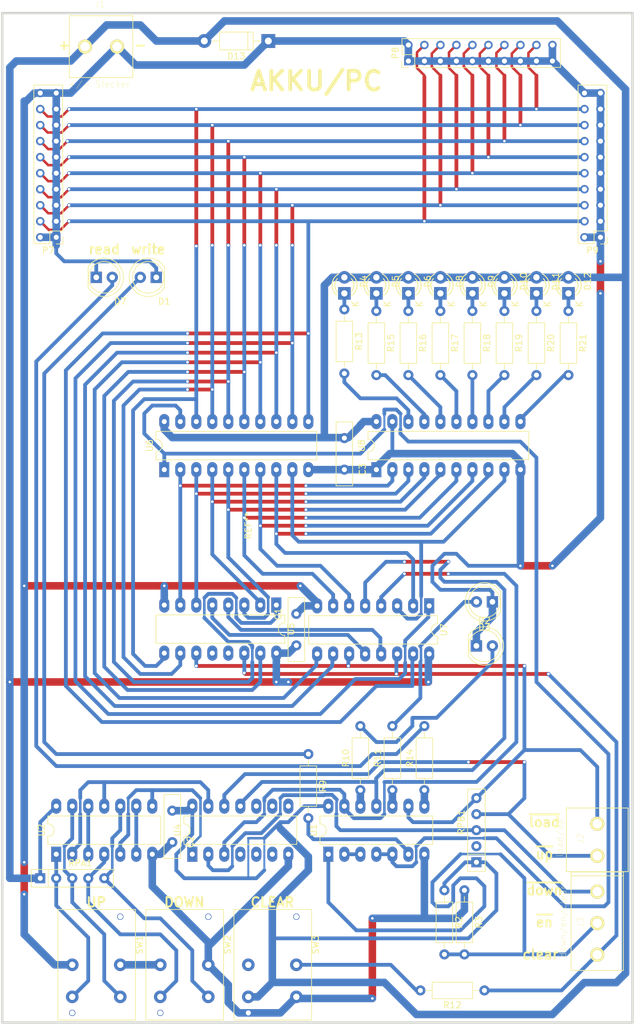
<source format=kicad_pcb>
(kicad_pcb (version 20171130) (host pcbnew "(5.1.7)-1")
  (title_block (title Akku/PC) (date 2019-02-11) (company AGI))
  (layers (0 F.Cu signal) (31 B.Cu signal) (34 B.Paste user) (35 F.Paste user) (36 B.SilkS user) (37 F.SilkS user) (38 B.Mask user) (39 F.Mask user) (44 Edge.Cuts user))
  (net 0 "")
  (net 1 "Net-(D4-Pad1)")
  (net 2 VCC)
  (net 3 "Net-(D5-Pad1)")
  (net 4 "Net-(D6-Pad1)")
  (net 5 "Net-(D8-Pad1)")
  (net 6 "Net-(D9-Pad1)")
  (net 7 "Net-(D10-Pad1)")
  (net 8 "Net-(D11-Pad1)")
  (net 9 "Net-(D12-Pad1)")
  (net 10 GND)
  (net 11 "Net-(R10-Pad1)")
  (net 12 "Net-(D1-Pad2)")
  (net 13 "Net-(R11-Pad1)")
  (net 14 "Net-(D2-Pad2)")
  (net 15 "Net-(R12-Pad2)")
  (net 16 "Net-(R13-Pad2)")
  (net 17 "Net-(R14-Pad1)")
  (net 18 "Net-(D7-Pad2)")
  (net 19 "Net-(R15-Pad2)")
  (net 20 "Net-(R16-Pad2)")
  (net 21 "Net-(R17-Pad2)")
  (net 22 "Net-(R18-Pad2)")
  (net 23 "Net-(R19-Pad2)")
  (net 24 "Net-(R20-Pad2)")
  (net 25 "Net-(R21-Pad2)")
  (net 26 "Net-(U5-Pad6)")
  (net 27 "Net-(U5-Pad7)")
  (net 28 "Net-(U1-Pad2)")
  (net 29 "Net-(U2-Pad11)")
  (net 30 "Net-(D3-Pad2)")
  (net 31 "Net-(U5-Pad2)")
  (net 32 "Net-(U5-Pad3)")
  (net 33 "Net-(U6-Pad6)")
  (net 34 "Net-(U6-Pad7)")
  (net 35 "Net-(U6-Pad8)")
  (net 36 "Net-(U6-Pad9)")
  (net 37 "Net-(U1-Pad13)")
  (net 38 "Net-(U1-Pad4)")
  (net 39 "Net-(U1-Pad11)")
  (net 40 RPA2)
  (net 41 RPB4)
  (net 42 RPB3)
  (net 43 RPB2)
  (net 44 RPA1)
  (net 45 RPA3)
  (net 46 RPA4)
  (net 47 "Net-(U2-Pad6)")
  (net 48 "Net-(U2-Pad12)")
  (net 49 "Net-(U2-Pad5)")
  (net 50 "Net-(R9-Pad2)")
  (net 51 ^enable)
  (net 52 CLR)
  (net 53 "Net-(U5-Pad4)")
  (net 54 "Net-(U5-Pad5)")
  (net 55 RPB1)
  (net 56 "Net-(SW1-Pad6)")
  (net 57 "Net-(SW2-Pad6)")
  (net 58 "Net-(U5-Pad12)")
  (net 59 "Net-(U5-Pad13)")
  (net 60 /B0)
  (net 61 /B1)
  (net 62 /B2)
  (net 63 /B3)
  (net 64 /B4)
  (net 65 /B5)
  (net 66 /B6)
  (net 67 /B7)
  (module LEDs:LED-3MM (layer F.Cu) (at 93.98 121.92 90)
    (fp_text reference D4 (at 1.91 3.06 90) (layer F.SilkS))
    (fp_text value LED)
    (fp_text user K (at -1.69 1.74 90) (layer F.SilkS))
    (pad 1 thru_hole rect (at 0 0 180) (size 2 2) (drill 1.00076) (layers *.Cu *.Mask) (net 1 "Net-(D4-Pad1)"))
    (pad 2 thru_hole circle (at 2.54 0 90) (size 2 2) (drill 1.00076) (layers *.Cu *.Mask) (net 2 VCC))
  )
  (module LEDs:LED-3MM (layer F.Cu) (at 99.06 121.92 90)
    (fp_text reference D5 (at 1.91 3.06 90) (layer F.SilkS))
    (fp_text value LED)
    (fp_text user K (at -1.69 1.74 90) (layer F.SilkS))
    (pad 1 thru_hole rect (at 0 0 180) (size 2 2) (drill 1.00076) (layers *.Cu *.Mask) (net 3 "Net-(D5-Pad1)"))
    (pad 2 thru_hole circle (at 2.54 0 90) (size 2 2) (drill 1.00076) (layers *.Cu *.Mask) (net 2 VCC))
  )
  (module LEDs:LED-3MM (layer F.Cu) (at 104.14 121.92 90)
    (fp_text reference D6 (at 1.91 3.06 90) (layer F.SilkS))
    (fp_text value LED)
    (fp_text user K (at -1.69 1.74 90) (layer F.SilkS))
    (pad 1 thru_hole rect (at 0 0 180) (size 2 2) (drill 1.00076) (layers *.Cu *.Mask) (net 4 "Net-(D6-Pad1)"))
    (pad 2 thru_hole circle (at 2.54 0 90) (size 2 2) (drill 1.00076) (layers *.Cu *.Mask) (net 2 VCC))
  )
  (module LEDs:LED-3MM (layer F.Cu) (at 109.22 121.92 90)
    (fp_text reference D8 (at 1.91 3.06 90) (layer F.SilkS))
    (fp_text value LED)
    (fp_text user K (at -1.69 1.74 90) (layer F.SilkS))
    (pad 1 thru_hole rect (at 0 0 180) (size 2 2) (drill 1.00076) (layers *.Cu *.Mask) (net 5 "Net-(D8-Pad1)"))
    (pad 2 thru_hole circle (at 2.54 0 90) (size 2 2) (drill 1.00076) (layers *.Cu *.Mask) (net 2 VCC))
  )
  (module LEDs:LED-3MM (layer F.Cu) (at 114.3 121.92 90)
    (fp_text reference D9 (at 1.91 3.06 90) (layer F.SilkS))
    (fp_text value LED)
    (fp_text user K (at -1.69 1.74 90) (layer F.SilkS))
    (pad 1 thru_hole rect (at 0 0 180) (size 2 2) (drill 1.00076) (layers *.Cu *.Mask) (net 6 "Net-(D9-Pad1)"))
    (pad 2 thru_hole circle (at 2.54 0 90) (size 2 2) (drill 1.00076) (layers *.Cu *.Mask) (net 2 VCC))
  )
  (module LEDs:LED-3MM (layer F.Cu) (at 119.38 121.92 90)
    (fp_text reference D10 (at 1.91 3.06 90) (layer F.SilkS))
    (fp_text value LED)
    (fp_text user K (at -1.69 1.74 90) (layer F.SilkS))
    (pad 1 thru_hole rect (at 0 0 180) (size 2 2) (drill 1.00076) (layers *.Cu *.Mask) (net 7 "Net-(D10-Pad1)"))
    (pad 2 thru_hole circle (at 2.54 0 90) (size 2 2) (drill 1.00076) (layers *.Cu *.Mask) (net 2 VCC))
  )
  (module LEDs:LED-3MM (layer F.Cu) (at 124.46 121.92 90)
    (fp_text reference D11 (at 1.91 3.06 90) (layer F.SilkS))
    (fp_text value LED)
    (fp_text user K (at -1.69 1.74 90) (layer F.SilkS))
    (pad 1 thru_hole rect (at 0 0 180) (size 2 2) (drill 1.00076) (layers *.Cu *.Mask) (net 8 "Net-(D11-Pad1)"))
    (pad 2 thru_hole circle (at 2.54 0 90) (size 2 2) (drill 1.00076) (layers *.Cu *.Mask) (net 2 VCC))
  )
  (module LEDs:LED-3MM (layer F.Cu) (at 129.54 121.92 90)
    (fp_text reference D12 (at 1.91 3.06 90) (layer F.SilkS))
    (fp_text value LED)
    (fp_text user K (at -1.69 1.74 90) (layer F.SilkS))
    (pad 1 thru_hole rect (at 0 0 180) (size 2 2) (drill 1.00076) (layers *.Cu *.Mask) (net 9 "Net-(D12-Pad1)"))
    (pad 2 thru_hole circle (at 2.54 0 90) (size 2 2) (drill 1.00076) (layers *.Cu *.Mask) (net 2 VCC))
  )
  (module LEDs:LED_D5.0mm_FlatTop (layer F.Cu) (at 64.135 119.38 180)
    (fp_text reference D1 (at -1.27 -3.81 180) (layer F.SilkS))
    (fp_text value LED)
    (pad 1 thru_hole rect (at 0 0 180) (size 1.8 1.8) (drill 0.9) (layers *.Cu *.Mask) (net 10 GND))
    (pad 2 thru_hole circle (at 2.54 0 180) (size 1.8 1.8) (drill 0.9) (layers *.Cu *.Mask) (net 12 "Net-(D1-Pad2)"))
  )
  (module LEDs:LED_D5.0mm_FlatTop (layer F.Cu) (at 114.935 177.8)
    (fp_text reference D2 (at 1.27 -4.01) (layer F.SilkS))
    (fp_text value LED)
    (pad 1 thru_hole rect (at 0 0) (size 1.8 1.8) (drill 0.9) (layers *.Cu *.Mask) (net 10 GND))
    (pad 2 thru_hole circle (at 2.54 0) (size 1.8 1.8) (drill 0.9) (layers *.Cu *.Mask) (net 14 "Net-(D2-Pad2)"))
  )
  (module LEDs:LED_D5.0mm_FlatTop (layer F.Cu) (at 117.475 170.815 180)
    (fp_text reference D3 (at 1.27 -4.01 180) (layer F.SilkS))
    (fp_text value LED)
    (pad 1 thru_hole rect (at 0 0 180) (size 1.8 1.8) (drill 0.9) (layers *.Cu *.Mask) (net 10 GND))
    (pad 2 thru_hole circle (at 2.54 0 180) (size 1.8 1.8) (drill 0.9) (layers *.Cu *.Mask) (net 30 "Net-(D3-Pad2)"))
  )
  (module LEDs:LED_D5.0mm_FlatTop (layer F.Cu) (at 54.61 119.38)
    (fp_text reference D7 (at 3.81 3.81) (layer F.SilkS))
    (fp_text value LED)
    (pad 1 thru_hole rect (at 0 0) (size 1.8 1.8) (drill 0.9) (layers *.Cu *.Mask) (net 10 GND))
    (pad 2 thru_hole circle (at 2.54 0) (size 1.8 1.8) (drill 0.9) (layers *.Cu *.Mask) (net 18 "Net-(D7-Pad2)"))
  )
  (module Housings_DIP:DIP-14_W7.62mm_LongPads (layer F.Cu) (at 91.44 210.82 90)
    (fp_text reference U1 (at 3.81 -2.33 90) (layer F.SilkS))
    (fp_text value 74HC14)
    (pad 14 thru_hole oval (at 7.62 0 90) (size 2.4 1.6) (drill 0.8) (layers *.Cu *.Mask) (net 2 VCC))
    (pad 7 thru_hole oval (at 0 15.24 90) (size 2.4 1.6) (drill 0.8) (layers *.Cu *.Mask) (net 10 GND))
    (pad 13 thru_hole oval (at 7.62 2.54 90) (size 2.4 1.6) (drill 0.8) (layers *.Cu *.Mask) (net 37 "Net-(U1-Pad13)"))
    (pad 6 thru_hole oval (at 0 12.7 90) (size 2.4 1.6) (drill 0.8) (layers *.Cu *.Mask) (net 50 "Net-(R9-Pad2)"))
    (pad 12 thru_hole oval (at 7.62 5.08 90) (size 2.4 1.6) (drill 0.8) (layers *.Cu *.Mask) (net 11 "Net-(R10-Pad1)"))
    (pad 5 thru_hole oval (at 0 10.16 90) (size 2.4 1.6) (drill 0.8) (layers *.Cu *.Mask) (net 38 "Net-(U1-Pad4)"))
    (pad 11 thru_hole oval (at 7.62 7.62 90) (size 2.4 1.6) (drill 0.8) (layers *.Cu *.Mask) (net 39 "Net-(U1-Pad11)"))
    (pad 4 thru_hole oval (at 0 7.62 90) (size 2.4 1.6) (drill 0.8) (layers *.Cu *.Mask) (net 38 "Net-(U1-Pad4)"))
    (pad 10 thru_hole oval (at 7.62 10.16 90) (size 2.4 1.6) (drill 0.8) (layers *.Cu *.Mask) (net 13 "Net-(R11-Pad1)"))
    (pad 3 thru_hole oval (at 0 5.08 90) (size 2.4 1.6) (drill 0.8) (layers *.Cu *.Mask) (net 28 "Net-(U1-Pad2)"))
    (pad 9 thru_hole oval (at 7.62 12.7 90) (size 2.4 1.6) (drill 0.8) (layers *.Cu *.Mask) (net 41 RPB4))
    (pad 2 thru_hole oval (at 0 2.54 90) (size 2.4 1.6) (drill 0.8) (layers *.Cu *.Mask) (net 28 "Net-(U1-Pad2)"))
    (pad 8 thru_hole oval (at 7.62 15.24 90) (size 2.4 1.6) (drill 0.8) (layers *.Cu *.Mask) (net 17 "Net-(R14-Pad1)"))
    (pad 1 thru_hole rect (at 0 0 90) (size 2.4 1.6) (drill 0.8) (layers *.Cu *.Mask) (net 51 ^enable))
  )
  (module Housings_DIP:DIP-14_W7.62mm_LongPads (layer F.Cu) (at 48.26 210.82 90)
    (fp_text reference U2 (at 3.81 -2.33 90) (layer F.SilkS))
    (fp_text value 7400)
    (pad 14 thru_hole oval (at 7.62 0 90) (size 2.4 1.6) (drill 0.8) (layers *.Cu *.Mask) (net 2 VCC))
    (pad 7 thru_hole oval (at 0 15.24 90) (size 2.4 1.6) (drill 0.8) (layers *.Cu *.Mask) (net 10 GND))
    (pad 13 thru_hole oval (at 7.62 2.54 90) (size 2.4 1.6) (drill 0.8) (layers *.Cu *.Mask) (net 40 RPA2))
    (pad 6 thru_hole oval (at 0 12.7 90) (size 2.4 1.6) (drill 0.8) (layers *.Cu *.Mask) (net 47 "Net-(U2-Pad6)"))
    (pad 12 thru_hole oval (at 7.62 5.08 90) (size 2.4 1.6) (drill 0.8) (layers *.Cu *.Mask) (net 48 "Net-(U2-Pad12)"))
    (pad 5 thru_hole oval (at 0 10.16 90) (size 2.4 1.6) (drill 0.8) (layers *.Cu *.Mask) (net 49 "Net-(U2-Pad5)"))
    (pad 11 thru_hole oval (at 7.62 7.62 90) (size 2.4 1.6) (drill 0.8) (layers *.Cu *.Mask) (net 29 "Net-(U2-Pad11)"))
    (pad 4 thru_hole oval (at 0 7.62 90) (size 2.4 1.6) (drill 0.8) (layers *.Cu *.Mask) (net 45 RPA3))
    (pad 10 thru_hole oval (at 7.62 10.16 90) (size 2.4 1.6) (drill 0.8) (layers *.Cu *.Mask) (net 46 RPA4))
    (pad 3 thru_hole oval (at 0 5.08 90) (size 2.4 1.6) (drill 0.8) (layers *.Cu *.Mask) (net 48 "Net-(U2-Pad12)"))
    (pad 9 thru_hole oval (at 7.62 12.7 90) (size 2.4 1.6) (drill 0.8) (layers *.Cu *.Mask) (net 47 "Net-(U2-Pad6)"))
    (pad 2 thru_hole oval (at 0 2.54 90) (size 2.4 1.6) (drill 0.8) (layers *.Cu *.Mask) (net 29 "Net-(U2-Pad11)"))
    (pad 8 thru_hole oval (at 7.62 15.24 90) (size 2.4 1.6) (drill 0.8) (layers *.Cu *.Mask) (net 49 "Net-(U2-Pad5)"))
    (pad 1 thru_hole rect (at 0 0 90) (size 2.4 1.6) (drill 0.8) (layers *.Cu *.Mask) (net 44 RPA1))
  )
  (module Housings_DIP:DIP-14_W7.62mm_LongPads (layer F.Cu) (at 69.85 210.82 90)
    (fp_text reference U4 (at 3.81 -2.33 90) (layer F.SilkS))
    (fp_text value 7408)
    (pad 1 thru_hole rect (at 0 0 90) (size 2.4 1.6) (drill 0.8) (layers *.Cu *.Mask) (net 49 "Net-(U2-Pad5)"))
    (pad 8 thru_hole oval (at 7.62 15.24 90) (size 2.4 1.6) (drill 0.8) (layers *.Cu *.Mask))
    (pad 2 thru_hole oval (at 0 2.54 90) (size 2.4 1.6) (drill 0.8) (layers *.Cu *.Mask) (net 43 RPB2))
    (pad 9 thru_hole oval (at 7.62 12.7 90) (size 2.4 1.6) (drill 0.8) (layers *.Cu *.Mask))
    (pad 3 thru_hole oval (at 0 5.08 90) (size 2.4 1.6) (drill 0.8) (layers *.Cu *.Mask) (net 37 "Net-(U1-Pad13)"))
    (pad 10 thru_hole oval (at 7.62 10.16 90) (size 2.4 1.6) (drill 0.8) (layers *.Cu *.Mask))
    (pad 4 thru_hole oval (at 0 7.62 90) (size 2.4 1.6) (drill 0.8) (layers *.Cu *.Mask))
    (pad 11 thru_hole oval (at 7.62 7.62 90) (size 2.4 1.6) (drill 0.8) (layers *.Cu *.Mask) (net 39 "Net-(U1-Pad11)"))
    (pad 5 thru_hole oval (at 0 10.16 90) (size 2.4 1.6) (drill 0.8) (layers *.Cu *.Mask))
    (pad 12 thru_hole oval (at 7.62 5.08 90) (size 2.4 1.6) (drill 0.8) (layers *.Cu *.Mask) (net 42 RPB3))
    (pad 6 thru_hole oval (at 0 12.7 90) (size 2.4 1.6) (drill 0.8) (layers *.Cu *.Mask))
    (pad 13 thru_hole oval (at 7.62 2.54 90) (size 2.4 1.6) (drill 0.8) (layers *.Cu *.Mask) (net 29 "Net-(U2-Pad11)"))
    (pad 7 thru_hole oval (at 0 15.24 90) (size 2.4 1.6) (drill 0.8) (layers *.Cu *.Mask) (net 10 GND))
    (pad 14 thru_hole oval (at 7.62 0 90) (size 2.4 1.6) (drill 0.8) (layers *.Cu *.Mask) (net 2 VCC))
  )
  (module Housings_DIP:DIP-16_W7.62mm_LongPads (layer F.Cu) (at 83.185 171.323 270)
    (fp_text reference U5 (at 3.81 -2.33 270) (layer F.SilkS))
    (fp_text value 74LS193)
    (pad 1 thru_hole rect (at 0 0 270) (size 2.4 1.6) (drill 0.8) (layers *.Cu *.Mask) (net 62 /B2))
    (pad 9 thru_hole oval (at 7.62 17.78 270) (size 2.4 1.6) (drill 0.8) (layers *.Cu *.Mask) (net 60 /B0))
    (pad 2 thru_hole oval (at 0 2.54 270) (size 2.4 1.6) (drill 0.8) (layers *.Cu *.Mask) (net 31 "Net-(U5-Pad2)"))
    (pad 10 thru_hole oval (at 7.62 15.24 270) (size 2.4 1.6) (drill 0.8) (layers *.Cu *.Mask) (net 61 /B1))
    (pad 3 thru_hole oval (at 0 5.08 270) (size 2.4 1.6) (drill 0.8) (layers *.Cu *.Mask) (net 32 "Net-(U5-Pad3)"))
    (pad 11 thru_hole oval (at 7.62 12.7 270) (size 2.4 1.6) (drill 0.8) (layers *.Cu *.Mask) (net 41 RPB4))
    (pad 4 thru_hole oval (at 0 7.62 270) (size 2.4 1.6) (drill 0.8) (layers *.Cu *.Mask) (net 53 "Net-(U5-Pad4)"))
    (pad 12 thru_hole oval (at 7.62 10.16 270) (size 2.4 1.6) (drill 0.8) (layers *.Cu *.Mask) (net 58 "Net-(U5-Pad12)"))
    (pad 5 thru_hole oval (at 0 10.16 270) (size 2.4 1.6) (drill 0.8) (layers *.Cu *.Mask) (net 54 "Net-(U5-Pad5)"))
    (pad 13 thru_hole oval (at 7.62 7.62 270) (size 2.4 1.6) (drill 0.8) (layers *.Cu *.Mask) (net 59 "Net-(U5-Pad13)"))
    (pad 6 thru_hole oval (at 0 12.7 270) (size 2.4 1.6) (drill 0.8) (layers *.Cu *.Mask) (net 26 "Net-(U5-Pad6)"))
    (pad 14 thru_hole oval (at 7.62 5.08 270) (size 2.4 1.6) (drill 0.8) (layers *.Cu *.Mask) (net 52 CLR))
    (pad 7 thru_hole oval (at 0 15.24 270) (size 2.4 1.6) (drill 0.8) (layers *.Cu *.Mask) (net 27 "Net-(U5-Pad7)"))
    (pad 15 thru_hole oval (at 7.62 2.54 270) (size 2.4 1.6) (drill 0.8) (layers *.Cu *.Mask) (net 63 /B3))
    (pad 8 thru_hole oval (at 0 17.78 270) (size 2.4 1.6) (drill 0.8) (layers *.Cu *.Mask) (net 10 GND))
    (pad 16 thru_hole oval (at 7.62 0 270) (size 2.4 1.6) (drill 0.8) (layers *.Cu *.Mask) (net 2 VCC))
  )
  (module Housings_DIP:DIP-20_W7.62mm_LongPads (layer F.Cu) (at 65.405 149.86 90)
    (fp_text reference U6 (at 3.81 -2.33 90) (layer F.SilkS))
    (fp_text value 74LS541)
    (pad 1 thru_hole rect (at 0 0 90) (size 2.4 1.6) (drill 0.8) (layers *.Cu *.Mask) (net 38 "Net-(U1-Pad4)"))
    (pad 11 thru_hole oval (at 7.62 22.86 90) (size 2.4 1.6) (drill 0.8) (layers *.Cu *.Mask) (net 67 /B7))
    (pad 2 thru_hole oval (at 0 2.54 90) (size 2.4 1.6) (drill 0.8) (layers *.Cu *.Mask) (net 27 "Net-(U5-Pad7)"))
    (pad 12 thru_hole oval (at 7.62 20.32 90) (size 2.4 1.6) (drill 0.8) (layers *.Cu *.Mask) (net 66 /B6))
    (pad 3 thru_hole oval (at 0 5.08 90) (size 2.4 1.6) (drill 0.8) (layers *.Cu *.Mask) (net 26 "Net-(U5-Pad6)"))
    (pad 13 thru_hole oval (at 7.62 17.78 90) (size 2.4 1.6) (drill 0.8) (layers *.Cu *.Mask) (net 65 /B5))
    (pad 4 thru_hole oval (at 0 7.62 90) (size 2.4 1.6) (drill 0.8) (layers *.Cu *.Mask) (net 31 "Net-(U5-Pad2)"))
    (pad 14 thru_hole oval (at 7.62 15.24 90) (size 2.4 1.6) (drill 0.8) (layers *.Cu *.Mask) (net 64 /B4))
    (pad 5 thru_hole oval (at 0 10.16 90) (size 2.4 1.6) (drill 0.8) (layers *.Cu *.Mask) (net 32 "Net-(U5-Pad3)"))
    (pad 15 thru_hole oval (at 7.62 12.7 90) (size 2.4 1.6) (drill 0.8) (layers *.Cu *.Mask) (net 63 /B3))
    (pad 6 thru_hole oval (at 0 12.7 90) (size 2.4 1.6) (drill 0.8) (layers *.Cu *.Mask) (net 33 "Net-(U6-Pad6)"))
    (pad 16 thru_hole oval (at 7.62 10.16 90) (size 2.4 1.6) (drill 0.8) (layers *.Cu *.Mask) (net 62 /B2))
    (pad 7 thru_hole oval (at 0 15.24 90) (size 2.4 1.6) (drill 0.8) (layers *.Cu *.Mask) (net 34 "Net-(U6-Pad7)"))
    (pad 17 thru_hole oval (at 7.62 7.62 90) (size 2.4 1.6) (drill 0.8) (layers *.Cu *.Mask) (net 61 /B1))
    (pad 8 thru_hole oval (at 0 17.78 90) (size 2.4 1.6) (drill 0.8) (layers *.Cu *.Mask) (net 35 "Net-(U6-Pad8)"))
    (pad 18 thru_hole oval (at 7.62 5.08 90) (size 2.4 1.6) (drill 0.8) (layers *.Cu *.Mask) (net 60 /B0))
    (pad 9 thru_hole oval (at 0 20.32 90) (size 2.4 1.6) (drill 0.8) (layers *.Cu *.Mask) (net 36 "Net-(U6-Pad9)"))
    (pad 19 thru_hole oval (at 7.62 2.54 90) (size 2.4 1.6) (drill 0.8) (layers *.Cu *.Mask) (net 38 "Net-(U1-Pad4)"))
    (pad 10 thru_hole oval (at 0 22.86 90) (size 2.4 1.6) (drill 0.8) (layers *.Cu *.Mask) (net 10 GND))
    (pad 20 thru_hole oval (at 7.62 0 90) (size 2.4 1.6) (drill 0.8) (layers *.Cu *.Mask) (net 2 VCC))
  )
  (module Housings_DIP:DIP-16_W7.62mm_LongPads (layer F.Cu) (at 107.442 171.45 270)
    (fp_text reference U7 (at 3.81 -2.33 270) (layer F.SilkS))
    (fp_text value 74LS193)
    (pad 16 thru_hole oval (at 7.62 0 270) (size 2.4 1.6) (drill 0.8) (layers *.Cu *.Mask) (net 2 VCC))
    (pad 8 thru_hole oval (at 0 17.78 270) (size 2.4 1.6) (drill 0.8) (layers *.Cu *.Mask) (net 10 GND))
    (pad 15 thru_hole oval (at 7.62 2.54 270) (size 2.4 1.6) (drill 0.8) (layers *.Cu *.Mask) (net 67 /B7))
    (pad 7 thru_hole oval (at 0 15.24 270) (size 2.4 1.6) (drill 0.8) (layers *.Cu *.Mask) (net 33 "Net-(U6-Pad6)"))
    (pad 14 thru_hole oval (at 7.62 5.08 270) (size 2.4 1.6) (drill 0.8) (layers *.Cu *.Mask) (net 52 CLR))
    (pad 6 thru_hole oval (at 0 12.7 270) (size 2.4 1.6) (drill 0.8) (layers *.Cu *.Mask) (net 34 "Net-(U6-Pad7)"))
    (pad 13 thru_hole oval (at 7.62 7.62 270) (size 2.4 1.6) (drill 0.8) (layers *.Cu *.Mask) (net 53 "Net-(U5-Pad4)"))
    (pad 5 thru_hole oval (at 0 10.16 270) (size 2.4 1.6) (drill 0.8) (layers *.Cu *.Mask) (net 39 "Net-(U1-Pad11)"))
    (pad 12 thru_hole oval (at 7.62 10.16 270) (size 2.4 1.6) (drill 0.8) (layers *.Cu *.Mask) (net 54 "Net-(U5-Pad5)"))
    (pad 4 thru_hole oval (at 0 7.62 270) (size 2.4 1.6) (drill 0.8) (layers *.Cu *.Mask) (net 37 "Net-(U1-Pad13)"))
    (pad 11 thru_hole oval (at 7.62 12.7 270) (size 2.4 1.6) (drill 0.8) (layers *.Cu *.Mask) (net 41 RPB4))
    (pad 3 thru_hole oval (at 0 5.08 270) (size 2.4 1.6) (drill 0.8) (layers *.Cu *.Mask) (net 36 "Net-(U6-Pad9)"))
    (pad 10 thru_hole oval (at 7.62 15.24 270) (size 2.4 1.6) (drill 0.8) (layers *.Cu *.Mask) (net 65 /B5))
    (pad 2 thru_hole oval (at 0 2.54 270) (size 2.4 1.6) (drill 0.8) (layers *.Cu *.Mask) (net 35 "Net-(U6-Pad8)"))
    (pad 9 thru_hole oval (at 7.62 17.78 270) (size 2.4 1.6) (drill 0.8) (layers *.Cu *.Mask) (net 64 /B4))
    (pad 1 thru_hole rect (at 0 0 270) (size 2.4 1.6) (drill 0.8) (layers *.Cu *.Mask) (net 66 /B6))
  )
  (module Housings_DIP:DIP-20_W7.62mm_LongPads (layer F.Cu) (at 99.06 149.86 90)
    (fp_text reference U8 (at 3.81 -2.33 90) (layer F.SilkS))
    (fp_text value 74LS540)
    (pad 20 thru_hole oval (at 7.62 0 90) (size 2.4 1.6) (drill 0.8) (layers *.Cu *.Mask) (net 2 VCC))
    (pad 10 thru_hole oval (at 0 22.86 90) (size 2.4 1.6) (drill 0.8) (layers *.Cu *.Mask) (net 10 GND))
    (pad 19 thru_hole oval (at 7.62 2.54 90) (size 2.4 1.6) (drill 0.8) (layers *.Cu *.Mask) (net 10 GND))
    (pad 9 thru_hole oval (at 0 20.32 90) (size 2.4 1.6) (drill 0.8) (layers *.Cu *.Mask) (net 36 "Net-(U6-Pad9)"))
    (pad 18 thru_hole oval (at 7.62 5.08 90) (size 2.4 1.6) (drill 0.8) (layers *.Cu *.Mask) (net 16 "Net-(R13-Pad2)"))
    (pad 8 thru_hole oval (at 0 17.78 90) (size 2.4 1.6) (drill 0.8) (layers *.Cu *.Mask) (net 35 "Net-(U6-Pad8)"))
    (pad 17 thru_hole oval (at 7.62 7.62 90) (size 2.4 1.6) (drill 0.8) (layers *.Cu *.Mask) (net 19 "Net-(R15-Pad2)"))
    (pad 7 thru_hole oval (at 0 15.24 90) (size 2.4 1.6) (drill 0.8) (layers *.Cu *.Mask) (net 34 "Net-(U6-Pad7)"))
    (pad 16 thru_hole oval (at 7.62 10.16 90) (size 2.4 1.6) (drill 0.8) (layers *.Cu *.Mask) (net 20 "Net-(R16-Pad2)"))
    (pad 6 thru_hole oval (at 0 12.7 90) (size 2.4 1.6) (drill 0.8) (layers *.Cu *.Mask) (net 33 "Net-(U6-Pad6)"))
    (pad 15 thru_hole oval (at 7.62 12.7 90) (size 2.4 1.6) (drill 0.8) (layers *.Cu *.Mask) (net 21 "Net-(R17-Pad2)"))
    (pad 5 thru_hole oval (at 0 10.16 90) (size 2.4 1.6) (drill 0.8) (layers *.Cu *.Mask) (net 32 "Net-(U5-Pad3)"))
    (pad 14 thru_hole oval (at 7.62 15.24 90) (size 2.4 1.6) (drill 0.8) (layers *.Cu *.Mask) (net 22 "Net-(R18-Pad2)"))
    (pad 4 thru_hole oval (at 0 7.62 90) (size 2.4 1.6) (drill 0.8) (layers *.Cu *.Mask) (net 31 "Net-(U5-Pad2)"))
    (pad 13 thru_hole oval (at 7.62 17.78 90) (size 2.4 1.6) (drill 0.8) (layers *.Cu *.Mask) (net 23 "Net-(R19-Pad2)"))
    (pad 3 thru_hole oval (at 0 5.08 90) (size 2.4 1.6) (drill 0.8) (layers *.Cu *.Mask) (net 26 "Net-(U5-Pad6)"))
    (pad 12 thru_hole oval (at 7.62 20.32 90) (size 2.4 1.6) (drill 0.8) (layers *.Cu *.Mask) (net 24 "Net-(R20-Pad2)"))
    (pad 2 thru_hole oval (at 0 2.54 90) (size 2.4 1.6) (drill 0.8) (layers *.Cu *.Mask) (net 27 "Net-(U5-Pad7)"))
    (pad 11 thru_hole oval (at 7.62 22.86 90) (size 2.4 1.6) (drill 0.8) (layers *.Cu *.Mask) (net 25 "Net-(R21-Pad2)"))
    (pad 1 thru_hole rect (at 0 0 90) (size 2.4 1.6) (drill 0.8) (layers *.Cu *.Mask) (net 10 GND))
  )
  (module Resistors_ThroughHole:R_Axial_DIN0207_L6.3mm_D2.5mm_P10.16mm_Horizontal (layer F.Cu) (at 109.855 216.535 270)
    (fp_text reference R2 (at 5.08 -2.31 270) (layer F.SilkS))
    (fp_text value 4k7)
    (pad 2 thru_hole oval (at 10.16 0 270) (size 1.6 1.6) (drill 0.8) (layers *.Cu *.Mask) (net 51 ^enable))
    (pad 1 thru_hole circle (at 0 0 270) (size 1.6 1.6) (drill 0.8) (layers *.Cu *.Mask) (net 2 VCC))
  )
  (module Resistors_ThroughHole:R_Axial_DIN0207_L6.3mm_D2.5mm_P10.16mm_Horizontal (layer F.Cu) (at 113.03 216.535 270)
    (fp_text reference R3 (at 5.08 -2.31 270) (layer F.SilkS))
    (fp_text value 4k7)
    (pad 1 thru_hole circle (at 0 0 270) (size 1.6 1.6) (drill 0.8) (layers *.Cu *.Mask) (net 10 GND))
    (pad 2 thru_hole oval (at 10.16 0 270) (size 1.6 1.6) (drill 0.8) (layers *.Cu *.Mask) (net 51 ^enable))
  )
  (module Resistors_ThroughHole:R_Axial_DIN0207_L6.3mm_D2.5mm_P10.16mm_Horizontal (layer F.Cu) (at 88.265 194.945 270)
    (fp_text reference R9 (at 5.08 -2.31 270) (layer F.SilkS))
    (fp_text value 150)
    (pad 1 thru_hole circle (at 0 0 270) (size 1.6 1.6) (drill 0.8) (layers *.Cu *.Mask) (net 12 "Net-(D1-Pad2)"))
    (pad 2 thru_hole oval (at 10.16 0 270) (size 1.6 1.6) (drill 0.8) (layers *.Cu *.Mask) (net 50 "Net-(R9-Pad2)"))
  )
  (module Resistors_ThroughHole:R_Axial_DIN0207_L6.3mm_D2.5mm_P10.16mm_Horizontal (layer F.Cu) (at 96.52 200.66 90)
    (fp_text reference R10 (at 5.08 -2.31 90) (layer F.SilkS))
    (fp_text value 150)
    (pad 1 thru_hole circle (at 0 0 90) (size 1.6 1.6) (drill 0.8) (layers *.Cu *.Mask) (net 11 "Net-(R10-Pad1)"))
    (pad 2 thru_hole oval (at 10.16 0 90) (size 1.6 1.6) (drill 0.8) (layers *.Cu *.Mask) (net 14 "Net-(D2-Pad2)"))
  )
  (module Resistors_ThroughHole:R_Axial_DIN0207_L6.3mm_D2.5mm_P10.16mm_Horizontal (layer F.Cu) (at 101.6 200.66 90)
    (fp_text reference R11 (at 5.08 -2.31 90) (layer F.SilkS))
    (fp_text value 150)
    (pad 2 thru_hole oval (at 10.16 0 90) (size 1.6 1.6) (drill 0.8) (layers *.Cu *.Mask) (net 30 "Net-(D3-Pad2)"))
    (pad 1 thru_hole circle (at 0 0 90) (size 1.6 1.6) (drill 0.8) (layers *.Cu *.Mask) (net 13 "Net-(R11-Pad1)"))
  )
  (module Resistors_ThroughHole:R_Axial_DIN0207_L6.3mm_D2.5mm_P10.16mm_Horizontal (layer F.Cu) (at 116.205 232.41 180)
    (fp_text reference R12 (at 5.08 -2.31 180) (layer F.SilkS))
    (fp_text value 470)
    (pad 2 thru_hole oval (at 10.16 0 180) (size 1.6 1.6) (drill 0.8) (layers *.Cu *.Mask) (net 15 "Net-(R12-Pad2)"))
    (pad 1 thru_hole circle (at 0 0 180) (size 1.6 1.6) (drill 0.8) (layers *.Cu *.Mask) (net 52 CLR))
  )
  (module Resistors_ThroughHole:R_Axial_DIN0207_L6.3mm_D2.5mm_P10.16mm_Horizontal (layer F.Cu) (at 93.98 124.46 270)
    (fp_text reference R13 (at 5.08 -2.31 270) (layer F.SilkS))
    (fp_text value 330)
    (pad 2 thru_hole oval (at 10.16 0 270) (size 1.6 1.6) (drill 0.8) (layers *.Cu *.Mask) (net 16 "Net-(R13-Pad2)"))
    (pad 1 thru_hole circle (at 0 0 270) (size 1.6 1.6) (drill 0.8) (layers *.Cu *.Mask) (net 1 "Net-(D4-Pad1)"))
  )
  (module Resistors_ThroughHole:R_Axial_DIN0207_L6.3mm_D2.5mm_P10.16mm_Horizontal (layer F.Cu) (at 106.68 200.66 90)
    (fp_text reference R14 (at 5.08 -2.31 90) (layer F.SilkS))
    (fp_text value 150)
    (pad 2 thru_hole oval (at 10.16 0 90) (size 1.6 1.6) (drill 0.8) (layers *.Cu *.Mask) (net 18 "Net-(D7-Pad2)"))
    (pad 1 thru_hole circle (at 0 0 90) (size 1.6 1.6) (drill 0.8) (layers *.Cu *.Mask) (net 17 "Net-(R14-Pad1)"))
  )
  (module Resistors_ThroughHole:R_Axial_DIN0207_L6.3mm_D2.5mm_P10.16mm_Horizontal (layer F.Cu) (at 99.06 124.714 270)
    (fp_text reference R15 (at 5.08 -2.31 270) (layer F.SilkS))
    (fp_text value 330)
    (pad 1 thru_hole circle (at 0 0 270) (size 1.6 1.6) (drill 0.8) (layers *.Cu *.Mask) (net 3 "Net-(D5-Pad1)"))
    (pad 2 thru_hole oval (at 10.16 0 270) (size 1.6 1.6) (drill 0.8) (layers *.Cu *.Mask) (net 19 "Net-(R15-Pad2)"))
  )
  (module Resistors_ThroughHole:R_Axial_DIN0207_L6.3mm_D2.5mm_P10.16mm_Horizontal (layer F.Cu) (at 104.14 124.714 270)
    (fp_text reference R16 (at 5.08 -2.31 270) (layer F.SilkS))
    (fp_text value 330)
    (pad 2 thru_hole oval (at 10.16 0 270) (size 1.6 1.6) (drill 0.8) (layers *.Cu *.Mask) (net 20 "Net-(R16-Pad2)"))
    (pad 1 thru_hole circle (at 0 0 270) (size 1.6 1.6) (drill 0.8) (layers *.Cu *.Mask) (net 4 "Net-(D6-Pad1)"))
  )
  (module Resistors_ThroughHole:R_Axial_DIN0207_L6.3mm_D2.5mm_P10.16mm_Horizontal (layer F.Cu) (at 109.22 124.714 270)
    (fp_text reference R17 (at 5.08 -2.31 270) (layer F.SilkS))
    (fp_text value 330)
    (pad 1 thru_hole circle (at 0 0 270) (size 1.6 1.6) (drill 0.8) (layers *.Cu *.Mask) (net 5 "Net-(D8-Pad1)"))
    (pad 2 thru_hole oval (at 10.16 0 270) (size 1.6 1.6) (drill 0.8) (layers *.Cu *.Mask) (net 21 "Net-(R17-Pad2)"))
  )
  (module Resistors_ThroughHole:R_Axial_DIN0207_L6.3mm_D2.5mm_P10.16mm_Horizontal (layer F.Cu) (at 114.3 124.714 270)
    (fp_text reference R18 (at 5.08 -2.31 270) (layer F.SilkS))
    (fp_text value 330)
    (pad 2 thru_hole oval (at 10.16 0 270) (size 1.6 1.6) (drill 0.8) (layers *.Cu *.Mask) (net 22 "Net-(R18-Pad2)"))
    (pad 1 thru_hole circle (at 0 0 270) (size 1.6 1.6) (drill 0.8) (layers *.Cu *.Mask) (net 6 "Net-(D9-Pad1)"))
  )
  (module Resistors_ThroughHole:R_Axial_DIN0207_L6.3mm_D2.5mm_P10.16mm_Horizontal (layer F.Cu) (at 119.38 124.714 270)
    (fp_text reference R19 (at 5.08 -2.31 270) (layer F.SilkS))
    (fp_text value 330)
    (pad 2 thru_hole oval (at 10.16 0 270) (size 1.6 1.6) (drill 0.8) (layers *.Cu *.Mask) (net 23 "Net-(R19-Pad2)"))
    (pad 1 thru_hole circle (at 0 0 270) (size 1.6 1.6) (drill 0.8) (layers *.Cu *.Mask) (net 7 "Net-(D10-Pad1)"))
  )
  (module Resistors_ThroughHole:R_Axial_DIN0207_L6.3mm_D2.5mm_P10.16mm_Horizontal (layer F.Cu) (at 124.46 124.714 270)
    (fp_text reference R20 (at 5.08 -2.31 270) (layer F.SilkS))
    (fp_text value 330)
    (pad 1 thru_hole circle (at 0 0 270) (size 1.6 1.6) (drill 0.8) (layers *.Cu *.Mask) (net 8 "Net-(D11-Pad1)"))
    (pad 2 thru_hole oval (at 10.16 0 270) (size 1.6 1.6) (drill 0.8) (layers *.Cu *.Mask) (net 24 "Net-(R20-Pad2)"))
  )
  (module Resistors_ThroughHole:R_Axial_DIN0207_L6.3mm_D2.5mm_P10.16mm_Horizontal (layer F.Cu) (at 129.54 124.714 270)
    (fp_text reference R21 (at 5.08 -2.31 270) (layer F.SilkS))
    (fp_text value 330)
    (pad 1 thru_hole circle (at 0 0 270) (size 1.6 1.6) (drill 0.8) (layers *.Cu *.Mask) (net 9 "Net-(D12-Pad1)"))
    (pad 2 thru_hole oval (at 10.16 0 270) (size 1.6 1.6) (drill 0.8) (layers *.Cu *.Mask) (net 25 "Net-(R21-Pad2)"))
  )
  (module allBonsaiFootprintsLibs:Pin_Header_Straight_2x10_Pitch2.00mmBonsai.pretty (layer F.Cu) (at 48.26 113.03 180)
    (fp_text reference P7 (at 1.27 -2.06 180) (layer F.SilkS))
    (fp_text value CONN_02X10)
    (pad 20 thru_hole oval (at 2.54 22.86 180) (size 1.35 1.35) (drill 0.8) (layers *.Cu *.Mask) (net 10 GND))
    (pad 10 thru_hole oval (at 0 22.86 180) (size 1.35 1.35) (drill 0.8) (layers *.Cu *.Mask) (net 10 GND))
    (pad 19 thru_hole oval (at 2.54 20.32 180) (size 1.35 1.35) (drill 0.8) (layers *.Cu *.Mask) (net 60 /B0))
    (pad 9 thru_hole oval (at 0 20.32 180) (size 1.35 1.35) (drill 0.8) (layers *.Cu *.Mask) (net 10 GND))
    (pad 18 thru_hole oval (at 2.54 17.78 180) (size 1.35 1.35) (drill 0.8) (layers *.Cu *.Mask) (net 61 /B1))
    (pad 8 thru_hole oval (at 0 17.78 180) (size 1.35 1.35) (drill 0.8) (layers *.Cu *.Mask) (net 10 GND))
    (pad 17 thru_hole oval (at 2.54 15.24 180) (size 1.35 1.35) (drill 0.8) (layers *.Cu *.Mask) (net 62 /B2))
    (pad 7 thru_hole oval (at 0 15.24 180) (size 1.35 1.35) (drill 0.8) (layers *.Cu *.Mask) (net 10 GND))
    (pad 16 thru_hole oval (at 2.54 12.7 180) (size 1.35 1.35) (drill 0.8) (layers *.Cu *.Mask) (net 63 /B3))
    (pad 6 thru_hole oval (at 0 12.7 180) (size 1.35 1.35) (drill 0.8) (layers *.Cu *.Mask) (net 10 GND))
    (pad 15 thru_hole oval (at 2.54 10.16 180) (size 1.35 1.35) (drill 0.8) (layers *.Cu *.Mask) (net 64 /B4))
    (pad 5 thru_hole oval (at 0 10.16 180) (size 1.35 1.35) (drill 0.8) (layers *.Cu *.Mask) (net 10 GND))
    (pad 14 thru_hole oval (at 2.54 7.62 180) (size 1.35 1.35) (drill 0.8) (layers *.Cu *.Mask) (net 65 /B5))
    (pad 4 thru_hole oval (at 0 7.62 180) (size 1.35 1.35) (drill 0.8) (layers *.Cu *.Mask) (net 10 GND))
    (pad 13 thru_hole oval (at 2.54 5.08 180) (size 1.35 1.35) (drill 0.8) (layers *.Cu *.Mask) (net 66 /B6))
    (pad 3 thru_hole oval (at 0 5.08 180) (size 1.35 1.35) (drill 0.8) (layers *.Cu *.Mask) (net 10 GND))
    (pad 12 thru_hole oval (at 2.54 2.54 180) (size 1.35 1.35) (drill 0.8) (layers *.Cu *.Mask) (net 67 /B7))
    (pad 2 thru_hole oval (at 0 2.54 180) (size 1.35 1.35) (drill 0.8) (layers *.Cu *.Mask) (net 10 GND))
    (pad 11 thru_hole oval (at 2.54 0 180) (size 1.35 1.35) (drill 0.8) (layers *.Cu *.Mask) (net 10 GND))
    (pad 1 thru_hole rect (at 0 0 180) (size 1.35 1.35) (drill 0.8) (layers *.Cu *.Mask) (net 10 GND))
  )
  (module allBonsaiFootprintsLibs:Pin_Header_Straight_2x10_Pitch2.00mmBonsai.pretty (layer F.Cu) (at 104.14 85.09 90)
    (fp_text reference P8 (at 1.27 -2.06 90) (layer F.SilkS))
    (fp_text value CONN_02X10)
    (pad 1 thru_hole rect (at 0 0 90) (size 1.35 1.35) (drill 0.8) (layers *.Cu *.Mask) (net 10 GND))
    (pad 11 thru_hole oval (at 2.54 0 90) (size 1.35 1.35) (drill 0.8) (layers *.Cu *.Mask) (net 10 GND))
    (pad 2 thru_hole oval (at 0 2.54 90) (size 1.35 1.35) (drill 0.8) (layers *.Cu *.Mask) (net 10 GND))
    (pad 12 thru_hole oval (at 2.54 2.54 90) (size 1.35 1.35) (drill 0.8) (layers *.Cu *.Mask) (net 67 /B7))
    (pad 3 thru_hole oval (at 0 5.08 90) (size 1.35 1.35) (drill 0.8) (layers *.Cu *.Mask) (net 10 GND))
    (pad 13 thru_hole oval (at 2.54 5.08 90) (size 1.35 1.35) (drill 0.8) (layers *.Cu *.Mask) (net 66 /B6))
    (pad 4 thru_hole oval (at 0 7.62 90) (size 1.35 1.35) (drill 0.8) (layers *.Cu *.Mask) (net 10 GND))
    (pad 14 thru_hole oval (at 2.54 7.62 90) (size 1.35 1.35) (drill 0.8) (layers *.Cu *.Mask) (net 65 /B5))
    (pad 5 thru_hole oval (at 0 10.16 90) (size 1.35 1.35) (drill 0.8) (layers *.Cu *.Mask) (net 10 GND))
    (pad 15 thru_hole oval (at 2.54 10.16 90) (size 1.35 1.35) (drill 0.8) (layers *.Cu *.Mask) (net 64 /B4))
    (pad 6 thru_hole oval (at 0 12.7 90) (size 1.35 1.35) (drill 0.8) (layers *.Cu *.Mask) (net 10 GND))
    (pad 16 thru_hole oval (at 2.54 12.7 90) (size 1.35 1.35) (drill 0.8) (layers *.Cu *.Mask) (net 63 /B3))
    (pad 7 thru_hole oval (at 0 15.24 90) (size 1.35 1.35) (drill 0.8) (layers *.Cu *.Mask) (net 10 GND))
    (pad 17 thru_hole oval (at 2.54 15.24 90) (size 1.35 1.35) (drill 0.8) (layers *.Cu *.Mask) (net 62 /B2))
    (pad 8 thru_hole oval (at 0 17.78 90) (size 1.35 1.35) (drill 0.8) (layers *.Cu *.Mask) (net 10 GND))
    (pad 18 thru_hole oval (at 2.54 17.78 90) (size 1.35 1.35) (drill 0.8) (layers *.Cu *.Mask) (net 61 /B1))
    (pad 9 thru_hole oval (at 0 20.32 90) (size 1.35 1.35) (drill 0.8) (layers *.Cu *.Mask) (net 10 GND))
    (pad 19 thru_hole oval (at 2.54 20.32 90) (size 1.35 1.35) (drill 0.8) (layers *.Cu *.Mask) (net 60 /B0))
    (pad 10 thru_hole oval (at 0 22.86 90) (size 1.35 1.35) (drill 0.8) (layers *.Cu *.Mask) (net 10 GND))
    (pad 20 thru_hole oval (at 2.54 22.86 90) (size 1.35 1.35) (drill 0.8) (layers *.Cu *.Mask) (net 10 GND))
  )
  (module allBonsaiFootprintsLibs:Pin_Header_Straight_2x10_Pitch2.00mmBonsai.pretty (layer F.Cu) (at 134.62 113.03 180)
    (fp_text reference P9 (at 1.27 -2.06 180) (layer F.SilkS))
    (fp_text value CONN_02X10)
    (pad 20 thru_hole oval (at 2.54 22.86 180) (size 1.35 1.35) (drill 0.8) (layers *.Cu *.Mask) (net 10 GND))
    (pad 10 thru_hole oval (at 0 22.86 180) (size 1.35 1.35) (drill 0.8) (layers *.Cu *.Mask) (net 10 GND))
    (pad 19 thru_hole oval (at 2.54 20.32 180) (size 1.35 1.35) (drill 0.8) (layers *.Cu *.Mask) (net 60 /B0))
    (pad 9 thru_hole oval (at 0 20.32 180) (size 1.35 1.35) (drill 0.8) (layers *.Cu *.Mask) (net 10 GND))
    (pad 18 thru_hole oval (at 2.54 17.78 180) (size 1.35 1.35) (drill 0.8) (layers *.Cu *.Mask) (net 61 /B1))
    (pad 8 thru_hole oval (at 0 17.78 180) (size 1.35 1.35) (drill 0.8) (layers *.Cu *.Mask) (net 10 GND))
    (pad 17 thru_hole oval (at 2.54 15.24 180) (size 1.35 1.35) (drill 0.8) (layers *.Cu *.Mask) (net 62 /B2))
    (pad 7 thru_hole oval (at 0 15.24 180) (size 1.35 1.35) (drill 0.8) (layers *.Cu *.Mask) (net 10 GND))
    (pad 16 thru_hole oval (at 2.54 12.7 180) (size 1.35 1.35) (drill 0.8) (layers *.Cu *.Mask) (net 63 /B3))
    (pad 6 thru_hole oval (at 0 12.7 180) (size 1.35 1.35) (drill 0.8) (layers *.Cu *.Mask) (net 10 GND))
    (pad 15 thru_hole oval (at 2.54 10.16 180) (size 1.35 1.35) (drill 0.8) (layers *.Cu *.Mask) (net 64 /B4))
    (pad 5 thru_hole oval (at 0 10.16 180) (size 1.35 1.35) (drill 0.8) (layers *.Cu *.Mask) (net 10 GND))
    (pad 14 thru_hole oval (at 2.54 7.62 180) (size 1.35 1.35) (drill 0.8) (layers *.Cu *.Mask) (net 65 /B5))
    (pad 4 thru_hole oval (at 0 7.62 180) (size 1.35 1.35) (drill 0.8) (layers *.Cu *.Mask) (net 10 GND))
    (pad 13 thru_hole oval (at 2.54 5.08 180) (size 1.35 1.35) (drill 0.8) (layers *.Cu *.Mask) (net 66 /B6))
    (pad 3 thru_hole oval (at 0 5.08 180) (size 1.35 1.35) (drill 0.8) (layers *.Cu *.Mask) (net 10 GND))
    (pad 12 thru_hole oval (at 2.54 2.54 180) (size 1.35 1.35) (drill 0.8) (layers *.Cu *.Mask) (net 67 /B7))
    (pad 2 thru_hole oval (at 0 2.54 180) (size 1.35 1.35) (drill 0.8) (layers *.Cu *.Mask) (net 10 GND))
    (pad 11 thru_hole oval (at 2.54 0 180) (size 1.35 1.35) (drill 0.8) (layers *.Cu *.Mask) (net 10 GND))
    (pad 1 thru_hole rect (at 0 0 180) (size 1.35 1.35) (drill 0.8) (layers *.Cu *.Mask) (net 10 GND))
  )
  (module 2PinTerminalBlocktg (layer F.Cu) (at 55.372 82.804)
    (fp_text reference J1 (at -0.196539 -6.71131) (layer F.SilkS) (effects (font (size 1.00265 1.00265) (thickness 0.05))))
    (fp_text value "+/- Stecker" (at -0.311598 5.96317) (layer F.SilkS) (effects (font (size 1.00194 1.00194) (thickness 0.05))))
    (pad 2 thru_hole circle (at 2.54 0) (size 2.25 2.25) (drill 1.5) (layers *.Cu *.Mask F.SilkS) (net 10 GND))
    (pad 1 thru_hole circle (at -2.54 0) (size 2.25 2.25) (drill 1.5) (layers *.Cu *.Mask F.SilkS) (net 2 VCC))
  )
  (module 3PinTerminalBlocktg (layer F.Cu) (at 134.112 221.742 270)
    (fp_text reference J3 (at -0.127 2.667 270) (layer F.SilkS) (effects (font (size 1.00229 1.00229) (thickness 0.05))))
    (fp_text value down/en/clear (at -0.217675 5.43681 270) (layer F.SilkS) (effects (font (size 1.0031 1.0031) (thickness 0.05))))
    (pad 2 thru_hole circle (at 0 0 270) (size 2.25 2.25) (drill 1.5) (layers *.Cu *.Mask F.SilkS) (net 51 ^enable))
    (pad 1 thru_hole circle (at -5 0 270) (size 2.25 2.25) (drill 1.5) (layers *.Cu *.Mask F.SilkS) (net 43 RPB2))
    (pad 3 thru_hole circle (at 5 0 270) (size 2.25 2.25) (drill 1.5) (layers *.Cu *.Mask F.SilkS) (net 52 CLR))
  )
  (module allBonsaiFootprintsLibs:SW_PUSH_LCD_E3_SAxxxx_tg_V2 (layer F.Cu) (at 58.42 228.346 270)
    (fp_text reference SW1 (at -3.175 -3.048 270) (layer F.SilkS))
    (fp_text value UP_Bonsai_SWITCH_INV)
    (pad 1 thru_hole circle (at 5.08 7.62 270) (size 2 2) (drill 1) (layers *.Cu *.Mask) (net 44 RPA1))
    (pad 0 thru_hole circle (at 0 7.62 270) (size 2 2) (drill 1) (layers *.Cu *.Mask) (net 10 GND))
    (pad 2 thru_hole circle (at 5.08 0 270) (size 2 2) (drill 1) (layers *.Cu *.Mask) (net 40 RPA2))
    (pad 5 thru_hole circle (at -7.62 0 270) (size 1 1) (drill 0.8) (layers *.Cu *.Mask))
    (pad 6 thru_hole circle (at 7.62 7.62 270) (size 1 1) (drill 0.8) (layers *.Cu *.Mask) (net 56 "Net-(SW1-Pad6)"))
    (pad 0 thru_hole circle (at 0 0 270) (size 2 2) (drill 1) (layers *.Cu *.Mask) (net 10 GND))
  )
  (module allBonsaiFootprintsLibs:SW_PUSH_LCD_E3_SAxxxx_tg_V2 (layer F.Cu) (at 72.39 228.346 270)
    (fp_text reference SW2 (at -3.175 -3.048 270) (layer F.SilkS))
    (fp_text value DOWN_Bonsai_SWITCH_INV)
    (pad 0 thru_hole circle (at 0 0 270) (size 2 2) (drill 1) (layers *.Cu *.Mask) (net 10 GND))
    (pad 6 thru_hole circle (at 7.62 7.62 270) (size 1 1) (drill 0.8) (layers *.Cu *.Mask) (net 57 "Net-(SW2-Pad6)"))
    (pad 5 thru_hole circle (at -7.62 0 270) (size 1 1) (drill 0.8) (layers *.Cu *.Mask))
    (pad 2 thru_hole circle (at 5.08 0 270) (size 2 2) (drill 1) (layers *.Cu *.Mask) (net 46 RPA4))
    (pad 0 thru_hole circle (at 0 7.62 270) (size 2 2) (drill 1) (layers *.Cu *.Mask) (net 10 GND))
    (pad 1 thru_hole circle (at 5.08 7.62 270) (size 2 2) (drill 1) (layers *.Cu *.Mask) (net 45 RPA3))
  )
  (module allBonsaiFootprintsLibs:SW_PUSH_LCD_E3_SAxxxx_tg_V2 (layer F.Cu) (at 86.36 228.346 270)
    (fp_text reference SW3 (at -3.175 -3.048 270) (layer F.SilkS))
    (fp_text value CLR_Bonsai_SWITCH_INV)
    (pad 0 thru_hole circle (at 0 0 270) (size 2 2) (drill 1) (layers *.Cu *.Mask) (net 15 "Net-(R12-Pad2)"))
    (pad 6 thru_hole circle (at 7.62 7.62 270) (size 1 1) (drill 0.8) (layers *.Cu *.Mask) (net 10 GND))
    (pad 5 thru_hole circle (at -7.62 0 270) (size 1 1) (drill 0.8) (layers *.Cu *.Mask))
    (pad 2 thru_hole circle (at 5.08 0 270) (size 2 2) (drill 1) (layers *.Cu *.Mask) (net 10 GND))
    (pad 0 thru_hole circle (at 0 7.62 270) (size 2 2) (drill 1) (layers *.Cu *.Mask) (net 15 "Net-(R12-Pad2)"))
    (pad 1 thru_hole circle (at 5.08 7.62 270) (size 2 2) (drill 1) (layers *.Cu *.Mask) (net 2 VCC))
  )
  (module tg_locallibs:R_Array_SIP5 (layer F.Cu) (at 45.72 214.63)
    (fp_text reference RPA1 (at 6.35 -2.4) (layer F.SilkS))
    (fp_text value R_PACK4BUSSED)
    (pad 1 thru_hole rect (at 0 0) (size 1.6 1.6) (drill 0.8) (layers *.Cu *.Mask) (net 2 VCC))
    (pad 2 thru_hole oval (at 2.54 0) (size 1.6 1.6) (drill 0.8) (layers *.Cu *.Mask) (net 44 RPA1))
    (pad 3 thru_hole oval (at 5.08 0) (size 1.6 1.6) (drill 0.8) (layers *.Cu *.Mask) (net 40 RPA2))
    (pad 4 thru_hole oval (at 7.62 0) (size 1.6 1.6) (drill 0.8) (layers *.Cu *.Mask) (net 45 RPA3))
    (pad 5 thru_hole oval (at 10.16 0) (size 1.6 1.6) (drill 0.8) (layers *.Cu *.Mask) (net 46 RPA4))
  )
  (module tg_locallibs:R_Array_SIP5 (layer F.Cu) (at 114.935 212.09 90)
    (fp_text reference RPB1 (at 6.35 -2.4 90) (layer F.SilkS))
    (fp_text value R_PACK4BUSSED)
    (pad 5 thru_hole oval (at 10.16 0 90) (size 1.6 1.6) (drill 0.8) (layers *.Cu *.Mask) (net 41 RPB4))
    (pad 4 thru_hole oval (at 7.62 0 90) (size 1.6 1.6) (drill 0.8) (layers *.Cu *.Mask) (net 42 RPB3))
    (pad 3 thru_hole oval (at 5.08 0 90) (size 1.6 1.6) (drill 0.8) (layers *.Cu *.Mask) (net 43 RPB2))
    (pad 2 thru_hole oval (at 2.54 0 90) (size 1.6 1.6) (drill 0.8) (layers *.Cu *.Mask) (net 55 RPB1))
    (pad 1 thru_hole rect (at 0 0 90) (size 1.6 1.6) (drill 0.8) (layers *.Cu *.Mask) (net 2 VCC))
  )
  (module 2PinTerminalBlocktg (layer F.Cu) (at 134.112 208.534 270)
    (fp_text reference J2 (at -0.196539 2.667 270) (layer F.SilkS) (effects (font (size 1.00265 1.00265) (thickness 0.05))))
    (fp_text value load/up (at -0.311598 5.96317 270) (layer F.SilkS) (effects (font (size 1.00194 1.00194) (thickness 0.05))))
    (pad 2 thru_hole circle (at 2.54 0 270) (size 2.25 2.25) (drill 1.5) (layers *.Cu *.Mask F.SilkS) (net 42 RPB3))
    (pad 1 thru_hole circle (at -2.54 0 270) (size 2.25 2.25) (drill 1.5) (layers *.Cu *.Mask F.SilkS) (net 41 RPB4))
  )
  (module allBonsaiFootprintsLibs:EuroBoard160mmX100mm_holes (layer F.Cu) (at 139.7 237.49 90)
    (fp_text reference REF** (at 78.74 -60.96 90) (layer F.SilkS))
    (fp_text value EuroBoard160mmX100mm_holes)
    (fp_line (start 0 -100) (end 0 0) (layer Edge.Cuts) (width 0.38))
    (fp_line (start 0 0) (end 160 0) (layer Edge.Cuts) (width 0.38))
    (fp_line (start 160 0) (end 160 -100) (layer Edge.Cuts) (width 0.38))
    (fp_line (start 160 -100) (end 0 -100) (layer Edge.Cuts) (width 0.38))
    (pad "" np_thru_hole circle (at 3.57 -94.45 90) (size 3.5 3.5) (drill 3.5) (layers *.Cu *.Mask))
    (pad "" np_thru_hole circle (at 156.43 -94.45 90) (size 3.5 3.5) (drill 3.5) (layers *.Cu *.Mask))
    (pad "" np_thru_hole circle (at 156.43 -5.55 90) (size 3.5 3.5) (drill 3.5) (layers *.Cu *.Mask))
    (pad "" np_thru_hole circle (at 3.57 -5.55 90) (size 3.5 3.5) (drill 3.5) (layers *.Cu *.Mask))
  )
  (module allBonsaiFootprintsLibs:C_Disc_D10.0mm_W2.5mm_P5.00mm (layer F.Cu) (at 86.36 172.72 270)
    (fp_text reference C1 (at 0.04 2.88 270) (layer F.SilkS))
    (fp_text value 100n)
    (pad 1 thru_hole circle (at 0 0 270) (size 1.6 1.6) (drill 0.8) (layers *.Cu *.Mask) (net 10 GND))
    (pad 2 thru_hole circle (at 5 0 270) (size 1.6 1.6) (drill 0.8) (layers *.Cu *.Mask) (net 2 VCC))
  )
  (module allBonsaiFootprintsLibs:C_Disc_D10.0mm_W2.5mm_P5.00mm (layer F.Cu) (at 66.675 208.915 90)
    (fp_text reference C2 (at 0.04 2.88 90) (layer F.SilkS))
    (fp_text value 100n)
    (pad 2 thru_hole circle (at 5 0 90) (size 1.6 1.6) (drill 0.8) (layers *.Cu *.Mask) (net 2 VCC))
    (pad 1 thru_hole circle (at 0 0 90) (size 1.6 1.6) (drill 0.8) (layers *.Cu *.Mask) (net 10 GND))
  )
  (module allBonsaiFootprintsLibs:C_Disc_D10.0mm_W2.5mm_P5.00mm (layer F.Cu) (at 93.98 149.86 90)
    (fp_text reference C3 (at 0.04 2.88 90) (layer F.SilkS))
    (fp_text value 100n)
    (pad 1 thru_hole circle (at 0 0 90) (size 1.6 1.6) (drill 0.8) (layers *.Cu *.Mask) (net 10 GND))
    (pad 2 thru_hole circle (at 5 0 90) (size 1.6 1.6) (drill 0.8) (layers *.Cu *.Mask) (net 2 VCC))
  )
  (module Pin_Headers:D_DO-41_SOD81_P10.16mm_Horizontal (layer F.Cu) (at 81.915 81.915 180)
    (fp_text reference D13 (at 5.08 -2.41 180) (layer F.SilkS))
    (fp_text value D)
    (pad 2 thru_hole oval (at 10.16 0 180) (size 2.2 2.2) (drill 1.1) (layers *.Cu *.Mask) (net 2 VCC))
    (pad 1 thru_hole rect (at 0 0 180) (size 2.2 2.2) (drill 1.1) (layers *.Cu *.Mask) (net 10 GND))
  )
  (gr_text AKKU/PC (at 89.535 88.265) (layer F.SilkS) (effects (font (size 3 3) (thickness 0.6))))
  (gr_text - (at 61.595 82.55) (layer F.SilkS) (effects (font (size 1.5 1.5) (thickness 0.3))))
  (gr_text + (at 49.53 82.55) (layer F.SilkS) (effects (font (size 1.5 1.5) (thickness 0.3))))
  (gr_text read (at 55.88 114.935) (layer F.SilkS) (effects (font (size 1.5 1.5) (thickness 0.3))))
  (gr_text write (at 62.865 114.935) (layer F.SilkS) (effects (font (size 1.5 1.5) (thickness 0.3))))
  (gr_text clear (at 125.095 226.695) (layer F.SilkS) (effects (font (size 1.5 1.5) (thickness 0.3))))
  (gr_text ~en (at 125.73 221.615) (layer F.SilkS) (effects (font (size 1.5 1.5) (thickness 0.3))))
  (gr_text ~down (at 125.73 216.535) (layer F.SilkS) (effects (font (size 1.5 1.5) (thickness 0.3))))
  (gr_text ~up (at 125.73 210.82) (layer F.SilkS) (effects (font (size 1.5 1.5) (thickness 0.3))))
  (gr_text ~load (at 125.73 205.74) (layer F.SilkS) (effects (font (size 1.5 1.5) (thickness 0.3))))
  (gr_text CLEAR (at 82.55 218.44) (layer F.SilkS) (effects (font (size 1.5 1.5) (thickness 0.3))))
  (gr_text DOWN (at 68.58 218.44) (layer F.SilkS) (effects (font (size 1.5 1.5) (thickness 0.3))))
  (gr_text UP (at 54.61 218.44) (layer F.SilkS) (effects (font (size 1.5 1.5) (thickness 0.3))))
  (segment (start 93.98 121.92) (end 93.98 124.46) (width 0.6) (layer B.Cu) (net 1))
  (segment (start 81.28 208.28) (end 78.74 208.28) (width 0.4) (layer B.Cu) (net 2))
  (segment (start 48.26 203.2) (end 45.72 205.74) (width 0.6) (layer B.Cu) (net 2))
  (segment (start 45.72 205.74) (end 45.72 214.63) (width 0.6) (layer B.Cu) (net 2))
  (segment (start 78.74 233.426) (end 80.264 233.426) (width 1.2) (layer B.Cu) (net 2))
  (segment (start 80.264 233.426) (end 82.55 231.14) (width 1.2) (layer B.Cu) (net 2))
  (segment (start 80.01 214.63) (end 81.28 213.36) (width 0.6) (layer B.Cu) (net 2))
  (segment (start 78.74 214.63) (end 80.01 214.63) (width 0.6) (layer B.Cu) (net 2))
  (segment (start 81.28 208.28) (end 83.82 205.74) (width 0.6) (layer B.Cu) (net 2))
  (segment (start 82.55 219.075) (end 88.265 213.36) (width 1.2) (layer B.Cu) (net 2))
  (segment (start 88.265 211.190823) (end 83.82 206.745823) (width 1.2) (layer B.Cu) (net 2))
  (segment (start 88.265 213.36) (end 88.265 211.190823) (width 1.2) (layer B.Cu) (net 2))
  (segment (start 113.535 212.09) (end 114.935 212.09) (width 0.6) (layer B.Cu) (net 2))
  (segment (start 113.16863 212.09) (end 113.535 212.09) (width 0.6) (layer B.Cu) (net 2))
  (segment (start 109.855 215.40363) (end 113.16863 212.09) (width 0.6) (layer B.Cu) (net 2))
  (segment (start 109.855 216.535) (end 109.855 215.40363) (width 0.6) (layer B.Cu) (net 2))
  (segment (start 113.665 224.155) (end 97.155 224.155) (width 0.6) (layer B.Cu) (net 2))
  (segment (start 118.11 219.71) (end 113.665 224.155) (width 0.6) (layer B.Cu) (net 2))
  (segment (start 118.11 213.865) (end 118.11 219.71) (width 0.6) (layer B.Cu) (net 2))
  (segment (start 114.935 212.09) (end 116.335 212.09) (width 0.6) (layer B.Cu) (net 2))
  (segment (start 116.335 212.09) (end 118.11 213.865) (width 0.6) (layer B.Cu) (net 2))
  (segment (start 97.155 224.155) (end 82.55 224.155) (width 0.6) (layer B.Cu) (net 2))
  (segment (start 82.55 231.14) (end 82.55 224.155) (width 1.2) (layer B.Cu) (net 2))
  (segment (start 82.55 224.155) (end 82.55 219.075) (width 1.2) (layer B.Cu) (net 2))
  (segment (start 83.82 206.745823) (end 83.82 205.74) (width 0.6) (layer B.Cu) (net 2))
  (segment (start 82.55 231.14) (end 100.33 231.14) (width 1.2) (layer B.Cu) (net 2))
  (segment (start 105.41 236.22) (end 127 236.22) (width 1.2) (layer B.Cu) (net 2))
  (segment (start 137.130001 231.169999) (end 138.60999 229.69001) (width 1.2) (layer B.Cu) (net 2))
  (segment (start 127 236.22) (end 132.050001 231.169999) (width 1.2) (layer B.Cu) (net 2))
  (segment (start 100.33 231.14) (end 105.41 236.22) (width 1.2) (layer B.Cu) (net 2))
  (segment (start 132.050001 231.169999) (end 137.130001 231.169999) (width 1.2) (layer B.Cu) (net 2))
  (segment (start 87.63 203.2) (end 91.44 203.2) (width 0.6) (layer B.Cu) (net 2))
  (segment (start 83.82 205.74) (end 85.09 205.74) (width 0.6) (layer B.Cu) (net 2))
  (segment (start 85.09 205.74) (end 87.63 203.2) (width 0.6) (layer B.Cu) (net 2))
  (via (at 83.185014 183.515) (size 0.6) (drill 0.4) (layers F.Cu B.Cu) (net 2))
  (segment (start 83.185 183.514986) (end 83.185014 183.515) (width 1.2) (layer B.Cu) (net 2))
  (segment (start 83.185 179.07) (end 83.185 183.514986) (width 1.2) (layer B.Cu) (net 2))
  (via (at 85.09 183.514992) (size 0.6) (drill 0.4) (layers F.Cu B.Cu) (net 2))
  (segment (start 85.089992 183.515) (end 85.09 183.514992) (width 1.2) (layer B.Cu) (net 2))
  (segment (start 83.185014 183.515) (end 85.089992 183.515) (width 1.2) (layer B.Cu) (net 2))
  (segment (start 107.315 179.07) (end 107.315 183.515) (width 1.2) (layer B.Cu) (net 2))
  (via (at 107.315 183.515) (size 0.6) (drill 0.4) (layers F.Cu B.Cu) (net 2))
  (segment (start 85.09 183.514992) (end 107.314992 183.514992) (width 1.2) (layer F.Cu) (net 2))
  (segment (start 107.314992 183.514992) (end 107.315 183.515) (width 1.2) (layer F.Cu) (net 2))
  (segment (start 45.72 214.63) (end 40.89001 214.63) (width 1.2) (layer B.Cu) (net 2))
  (segment (start 83.185014 183.515) (end 40.890018 183.515) (width 1.2) (layer F.Cu) (net 2))
  (via (at 40.89001 183.515008) (size 0.6) (drill 0.4) (layers F.Cu B.Cu) (net 2))
  (segment (start 50.546 85.09) (end 41.91 85.09) (width 1.2) (layer B.Cu) (net 2))
  (segment (start 41.91 85.09) (end 40.89001 86.10999) (width 1.2) (layer B.Cu) (net 2))
  (segment (start 40.89001 183.090744) (end 40.89001 183.515008) (width 1.2) (layer B.Cu) (net 2))
  (segment (start 40.89001 86.10999) (end 40.89001 183.090744) (width 1.2) (layer B.Cu) (net 2))
  (segment (start 40.890018 183.515) (end 40.89001 183.515008) (width 1.2) (layer F.Cu) (net 2))
  (segment (start 40.89001 214.63) (end 40.89001 183.515008) (width 1.2) (layer B.Cu) (net 2))
  (segment (start 52.832 82.804) (end 50.546 85.09) (width 1.2) (layer B.Cu) (net 2))
  (segment (start 138.60999 119.38) (end 93.98 119.38) (width 1.2) (layer B.Cu) (net 2))
  (segment (start 138.60999 229.69001) (end 138.60999 119.38) (width 1.2) (layer B.Cu) (net 2))
  (segment (start 66.675 144.78) (end 65.405 143.51) (width 1.2) (layer B.Cu) (net 2))
  (segment (start 90.805 144.78) (end 66.675 144.78) (width 1.2) (layer B.Cu) (net 2))
  (segment (start 65.405 143.51) (end 65.405 142.24) (width 1.2) (layer B.Cu) (net 2))
  (segment (start 90.805 120.65) (end 90.805 144.78) (width 1.2) (layer B.Cu) (net 2))
  (segment (start 93.98 119.38) (end 92.075 119.38) (width 1.2) (layer B.Cu) (net 2))
  (segment (start 92.075 119.38) (end 90.805 120.65) (width 1.2) (layer B.Cu) (net 2))
  (segment (start 90.805 144.78) (end 94.615 144.78) (width 1.2) (layer B.Cu) (net 2))
  (segment (start 94.615 144.78) (end 96.52 142.875) (width 1.2) (layer B.Cu) (net 2))
  (segment (start 97.06 142.24) (end 99.06 142.24) (width 1.2) (layer B.Cu) (net 2))
  (segment (start 96.52 142.78) (end 97.06 142.24) (width 1.2) (layer B.Cu) (net 2))
  (segment (start 96.52 142.875) (end 96.52 142.78) (width 1.2) (layer B.Cu) (net 2))
  (segment (start 81.28 210.48998) (end 81.28 213.36) (width 0.3) (layer B.Cu) (net 2))
  (segment (start 81.28 210.48998) (end 81.28 208.28) (width 0.3) (layer B.Cu) (net 2))
  (segment (start 78.74 208.28) (end 78.74 214.63) (width 0.3) (layer B.Cu) (net 2))
  (segment (start 85.137 178.943) (end 86.36 177.72) (width 1.2) (layer B.Cu) (net 2))
  (segment (start 83.185 178.943) (end 85.137 178.943) (width 1.2) (layer B.Cu) (net 2))
  (segment (start 68.58 214.63) (end 78.74 214.63) (width 0.6) (layer B.Cu) (net 2))
  (segment (start 67.31 213.36) (end 68.58 214.63) (width 0.6) (layer B.Cu) (net 2))
  (segment (start 68.449999 209.680001) (end 67.31 210.82) (width 0.6) (layer B.Cu) (net 2))
  (segment (start 68.449999 209.139999) (end 68.449999 209.680001) (width 0.6) (layer B.Cu) (net 2))
  (segment (start 69.85 207.645) (end 68.58 208.915) (width 0.6) (layer B.Cu) (net 2))
  (segment (start 69.85 203.2) (end 69.85 207.645) (width 0.6) (layer B.Cu) (net 2))
  (segment (start 68.58 208.915) (end 68.58 209.019999) (width 0.6) (layer B.Cu) (net 2))
  (segment (start 67.31 210.82) (end 67.31 213.36) (width 0.6) (layer B.Cu) (net 2))
  (segment (start 68.58 209.019999) (end 68.569999 209.019999) (width 0.6) (layer B.Cu) (net 2))
  (segment (start 68.569999 209.019999) (end 68.449999 209.139999) (width 0.6) (layer B.Cu) (net 2))
  (segment (start 69.135 203.915) (end 69.85 203.2) (width 1.2) (layer B.Cu) (net 2))
  (segment (start 66.675 203.915) (end 69.135 203.915) (width 1.2) (layer B.Cu) (net 2))
  (segment (start 53.956999 81.679001) (end 52.832 82.804) (width 1.2) (layer B.Cu) (net 2))
  (segment (start 61.595 79.375) (end 56.261 79.375) (width 1.2) (layer B.Cu) (net 2))
  (segment (start 138.60999 89.589992) (end 127.759998 78.74) (width 1.2) (layer B.Cu) (net 2))
  (segment (start 127.759998 78.74) (end 74.93 78.74) (width 1.2) (layer B.Cu) (net 2))
  (segment (start 74.93 78.74) (end 71.755 81.915) (width 1.2) (layer B.Cu) (net 2))
  (segment (start 138.60999 119.38) (end 138.60999 89.589992) (width 1.2) (layer B.Cu) (net 2))
  (segment (start 71.755 81.915) (end 64.135 81.915) (width 1.2) (layer B.Cu) (net 2))
  (segment (start 56.261 79.375) (end 53.956999 81.679001) (width 1.2) (layer B.Cu) (net 2))
  (segment (start 64.135 81.915) (end 61.595 79.375) (width 1.2) (layer B.Cu) (net 2))
  (segment (start 99.06 121.92) (end 99.06 124.714) (width 0.6) (layer B.Cu) (net 3))
  (segment (start 104.14 124.714) (end 104.14 121.92) (width 0.6) (layer B.Cu) (net 4))
  (segment (start 109.22 121.92) (end 109.22 124.714) (width 0.6) (layer B.Cu) (net 5))
  (segment (start 114.3 124.714) (end 114.3 121.92) (width 0.6) (layer B.Cu) (net 6))
  (segment (start 119.38 121.92) (end 119.38 124.714) (width 0.6) (layer B.Cu) (net 7))
  (segment (start 124.46 124.714) (end 124.46 121.92) (width 0.6) (layer B.Cu) (net 8))
  (segment (start 129.54 121.92) (end 129.54 124.714) (width 0.6) (layer B.Cu) (net 9))
  (via (at 43.18 212.09) (size 0.6) (drill 0.4) (layers F.Cu B.Cu) (net 10))
  (segment (start 43.18 212.09) (end 43.18 217.17) (width 1.2) (layer F.Cu) (net 10))
  (via (at 43.18 217.17) (size 0.6) (drill 0.4) (layers F.Cu B.Cu) (net 10))
  (segment (start 43.18 223.52) (end 43.18 217.17) (width 1.2) (layer B.Cu) (net 10))
  (segment (start 50.8 228.346) (end 48.006 228.346) (width 1.2) (layer B.Cu) (net 10))
  (segment (start 48.006 228.346) (end 43.18 223.52) (width 1.2) (layer B.Cu) (net 10))
  (segment (start 64.77 228.346) (end 58.42 228.346) (width 1.2) (layer B.Cu) (net 10))
  (segment (start 104.14 82.55) (end 104.14 85.09) (width 1.2) (layer B.Cu) (net 10))
  (segment (start 124.251002 85.09) (end 127 85.09) (width 1.2) (layer B.Cu) (net 10))
  (segment (start 104.14 85.09) (end 124.251002 85.09) (width 1.2) (layer B.Cu) (net 10))
  (segment (start 127 82.55) (end 127 85.09) (width 1.2) (layer B.Cu) (net 10))
  (segment (start 132.08 90.17) (end 127 85.09) (width 1.2) (layer B.Cu) (net 10))
  (segment (start 132.08 90.17) (end 134.62 90.17) (width 1.2) (layer B.Cu) (net 10))
  (segment (start 134.62 90.17) (end 134.62 113.03) (width 1.2) (layer B.Cu) (net 10))
  (segment (start 134.62 113.03) (end 132.08 113.03) (width 1.2) (layer B.Cu) (net 10))
  (via (at 98.425 220.98) (size 0.6) (drill 0.4) (layers F.Cu B.Cu) (net 10))
  (segment (start 98.425 220.98) (end 98.425 233.68) (width 1.2) (layer F.Cu) (net 10))
  (via (at 98.425 233.68) (size 0.6) (drill 0.4) (layers F.Cu B.Cu) (net 10))
  (segment (start 86.614 233.68) (end 86.36 233.426) (width 1.2) (layer B.Cu) (net 10))
  (segment (start 98.425 233.68) (end 86.614 233.68) (width 1.2) (layer B.Cu) (net 10))
  (segment (start 106.68 213.22) (end 106.68 220.98) (width 1.2) (layer B.Cu) (net 10))
  (segment (start 106.68 210.82) (end 106.68 213.22) (width 1.2) (layer B.Cu) (net 10))
  (segment (start 106.68 220.98) (end 98.425 220.98) (width 1.2) (layer B.Cu) (net 10))
  (segment (start 83.82 235.966) (end 86.36 233.426) (width 1.2) (layer B.Cu) (net 10))
  (segment (start 78.74 235.966) (end 83.82 235.966) (width 1.2) (layer B.Cu) (net 10))
  (segment (start 77.216 235.966) (end 78.74 235.966) (width 1.2) (layer B.Cu) (net 10))
  (segment (start 75.565 234.315) (end 77.216 235.966) (width 1.2) (layer B.Cu) (net 10))
  (segment (start 72.39 228.346) (end 75.565 231.521) (width 1.2) (layer B.Cu) (net 10))
  (segment (start 75.565 231.521) (end 75.565 234.315) (width 1.2) (layer B.Cu) (net 10))
  (segment (start 72.39 228.346) (end 72.39 225.425) (width 1.2) (layer B.Cu) (net 10))
  (segment (start 72.39 225.425) (end 85.09 212.725) (width 1.2) (layer B.Cu) (net 10))
  (segment (start 85.09 212.725) (end 85.09 210.82) (width 1.2) (layer B.Cu) (net 10))
  (segment (start 72.39 225.425) (end 72.39 224.79) (width 1.2) (layer B.Cu) (net 10))
  (segment (start 63.5 215.9) (end 63.5 210.82) (width 1.2) (layer B.Cu) (net 10))
  (segment (start 72.39 224.79) (end 63.5 215.9) (width 1.2) (layer B.Cu) (net 10))
  (segment (start 117.475 173.16) (end 117.475 170.815) (width 1.2) (layer B.Cu) (net 10))
  (segment (start 114.935 177.8) (end 114.935 175.7) (width 1.2) (layer B.Cu) (net 10))
  (segment (start 114.935 175.7) (end 117.475 173.16) (width 1.2) (layer B.Cu) (net 10))
  (via (at 134.62 121.92) (size 0.6) (drill 0.4) (layers F.Cu B.Cu) (net 10))
  (via (at 121.92 165.1) (size 0.6) (drill 0.4) (layers F.Cu B.Cu) (net 10))
  (segment (start 121.92 165.1) (end 121.92 149.86) (width 1.2) (layer B.Cu) (net 10))
  (segment (start 117.475 169.315) (end 117.475 170.815) (width 0.6) (layer B.Cu) (net 10))
  (segment (start 117.07 168.91) (end 117.475 169.315) (width 0.6) (layer B.Cu) (net 10))
  (segment (start 109.22 168.91) (end 117.07 168.91) (width 0.6) (layer B.Cu) (net 10))
  (segment (start 121.92 165.1) (end 113.665 165.1) (width 0.6) (layer B.Cu) (net 10))
  (segment (start 107.95 165.1) (end 107.95 167.64) (width 0.6) (layer B.Cu) (net 10))
  (segment (start 113.665 165.1) (end 111.76 163.195) (width 0.6) (layer B.Cu) (net 10))
  (segment (start 107.95 167.64) (end 109.22 168.91) (width 0.6) (layer B.Cu) (net 10))
  (segment (start 111.76 163.195) (end 109.855 163.195) (width 0.6) (layer B.Cu) (net 10))
  (segment (start 109.855 163.195) (end 107.95 165.1) (width 0.6) (layer B.Cu) (net 10))
  (segment (start 121.92 149.86) (end 121.92 148.59) (width 1.2) (layer B.Cu) (net 10))
  (segment (start 121.92 148.59) (end 120.65 147.32) (width 1.2) (layer B.Cu) (net 10))
  (segment (start 99.06 149.46) (end 99.06 149.86) (width 1.2) (layer B.Cu) (net 10))
  (segment (start 101.2 147.32) (end 99.06 149.46) (width 1.2) (layer B.Cu) (net 10))
  (segment (start 120.65 147.32) (end 101.2 147.32) (width 1.2) (layer B.Cu) (net 10))
  (segment (start 99.06 149.86) (end 88.265 149.86) (width 1.2) (layer B.Cu) (net 10))
  (segment (start 101.6 146.92) (end 101.2 147.32) (width 0.6) (layer B.Cu) (net 10))
  (segment (start 101.6 142.24) (end 101.6 146.92) (width 0.6) (layer B.Cu) (net 10))
  (segment (start 134.62 121.92) (end 134.62 157.48) (width 1.2) (layer B.Cu) (net 10))
  (segment (start 121.92 165.1) (end 127 165.1) (width 1.2) (layer F.Cu) (net 10))
  (via (at 127 165.1) (size 0.6) (drill 0.4) (layers F.Cu B.Cu) (net 10))
  (segment (start 127.299999 164.800001) (end 127 165.1) (width 1.2) (layer B.Cu) (net 10))
  (segment (start 134.62 157.48) (end 127.299999 164.800001) (width 1.2) (layer B.Cu) (net 10))
  (via (at 134.62 116.84) (size 0.6) (drill 0.4) (layers F.Cu B.Cu) (net 10))
  (segment (start 134.62 121.92) (end 134.62 116.84) (width 1.2) (layer F.Cu) (net 10))
  (segment (start 134.62 113.03) (end 134.62 116.84) (width 1.2) (layer B.Cu) (net 10))
  (segment (start 48.26 115.575) (end 48.26 114.3) (width 0.6) (layer B.Cu) (net 10))
  (segment (start 49.525 116.84) (end 48.26 115.575) (width 0.6) (layer B.Cu) (net 10))
  (segment (start 54.61 119.38) (end 54.61 117.88) (width 0.6) (layer B.Cu) (net 10))
  (segment (start 54.61 117.88) (end 54.61 116.84) (width 0.6) (layer B.Cu) (net 10))
  (segment (start 54.61 116.84) (end 49.525 116.84) (width 0.6) (layer B.Cu) (net 10))
  (via (at 43.18 168.275) (size 0.6) (drill 0.4) (layers F.Cu B.Cu) (net 10))
  (segment (start 43.18 168.275) (end 43.18 91.44) (width 1.2) (layer B.Cu) (net 10))
  (segment (start 43.18 212.09) (end 43.18 168.275) (width 1.2) (layer B.Cu) (net 10))
  (via (at 86.995 168.275) (size 0.6) (drill 0.4) (layers F.Cu B.Cu) (net 10))
  (segment (start 89.535 170.815) (end 89.535 171.45) (width 1.2) (layer B.Cu) (net 10))
  (segment (start 86.995 168.275) (end 89.535 170.815) (width 1.2) (layer B.Cu) (net 10))
  (via (at 65.405 168.275) (size 0.6) (drill 0.4) (layers F.Cu B.Cu) (net 10))
  (segment (start 65.405 168.275) (end 86.995 168.275) (width 1.2) (layer F.Cu) (net 10))
  (segment (start 43.18 168.275) (end 65.405 168.275) (width 1.2) (layer F.Cu) (net 10))
  (segment (start 65.405 168.275) (end 65.405 171.45) (width 1.2) (layer B.Cu) (net 10))
  (segment (start 50.546 90.17) (end 48.26 90.17) (width 1.2) (layer B.Cu) (net 10))
  (segment (start 57.912 82.804) (end 50.546 90.17) (width 1.2) (layer B.Cu) (net 10))
  (segment (start 48.26 90.17) (end 45.72 90.17) (width 1.2) (layer B.Cu) (net 10))
  (segment (start 43.495406 91.44) (end 43.18 91.44) (width 1.2) (layer B.Cu) (net 10))
  (segment (start 44.765406 90.17) (end 43.495406 91.44) (width 1.2) (layer B.Cu) (net 10))
  (segment (start 45.72 90.17) (end 44.765406 90.17) (width 1.2) (layer B.Cu) (net 10))
  (segment (start 48.26 90.17) (end 48.26 113.03) (width 1.2) (layer B.Cu) (net 10))
  (segment (start 48.26 114.3) (end 48.26 113.03) (width 1.2) (layer B.Cu) (net 10))
  (segment (start 48.26 113.03) (end 45.72 113.03) (width 1.2) (layer B.Cu) (net 10))
  (segment (start 87.63 171.45) (end 86.36 172.72) (width 1.2) (layer B.Cu) (net 10))
  (segment (start 89.662 171.45) (end 87.63 171.45) (width 1.2) (layer B.Cu) (net 10))
  (segment (start 64.77 210.82) (end 66.675 208.915) (width 1.2) (layer B.Cu) (net 10))
  (segment (start 63.5 210.82) (end 64.77 210.82) (width 1.2) (layer B.Cu) (net 10))
  (segment (start 78.105 85.725) (end 60.833 85.725) (width 1.2) (layer B.Cu) (net 10))
  (segment (start 81.915 81.915) (end 78.105 85.725) (width 1.2) (layer B.Cu) (net 10))
  (segment (start 104.14 82.55) (end 103.505 81.915) (width 1.2) (layer B.Cu) (net 10))
  (segment (start 60.833 85.725) (end 57.912 82.804) (width 1.2) (layer B.Cu) (net 10))
  (segment (start 103.505 81.915) (end 81.915 81.915) (width 1.2) (layer B.Cu) (net 10))
  (segment (start 63.095 116.84) (end 54.61 116.84) (width 0.6) (layer B.Cu) (net 10))
  (segment (start 64.135 117.88) (end 63.095 116.84) (width 0.6) (layer B.Cu) (net 10))
  (segment (start 64.135 119.38) (end 64.135 117.88) (width 0.6) (layer B.Cu) (net 10))
  (segment (start 113.03 216.535) (end 113.03 219.71) (width 1.2) (layer B.Cu) (net 10))
  (segment (start 113.03 219.71) (end 111.76 220.98) (width 1.2) (layer B.Cu) (net 10))
  (segment (start 111.76 220.98) (end 106.68 220.98) (width 1.2) (layer B.Cu) (net 10))
  (segment (start 96.52 203.2) (end 96.52 200.66) (width 1.2) (layer B.Cu) (net 11))
  (segment (start 46.355 193.04) (end 46.355 134.62) (width 0.6) (layer B.Cu) (net 12))
  (segment (start 48.26 194.945) (end 46.355 193.04) (width 0.6) (layer B.Cu) (net 12))
  (segment (start 88.265 194.945) (end 48.26 194.945) (width 0.6) (layer B.Cu) (net 12))
  (segment (start 46.355 134.62) (end 61.595 119.38) (width 0.6) (layer B.Cu) (net 12))
  (segment (start 101.6 203.2) (end 101.6 200.66) (width 1.2) (layer B.Cu) (net 13))
  (segment (start 117.475 180.34) (end 117.475 177.8) (width 0.6) (layer B.Cu) (net 14))
  (segment (start 108.615001 189.199999) (end 117.475 180.34) (width 0.6) (layer B.Cu) (net 14))
  (segment (start 99.06 193.04) (end 102.235 193.04) (width 0.6) (layer B.Cu) (net 14))
  (segment (start 104.775 189.23) (end 104.805001 189.199999) (width 0.6) (layer B.Cu) (net 14))
  (segment (start 96.52 190.5) (end 99.06 193.04) (width 0.6) (layer B.Cu) (net 14))
  (segment (start 102.235 193.04) (end 104.775 190.5) (width 0.6) (layer B.Cu) (net 14))
  (segment (start 104.775 190.5) (end 104.775 189.23) (width 0.6) (layer B.Cu) (net 14))
  (segment (start 104.805001 189.199999) (end 108.615001 189.199999) (width 0.6) (layer B.Cu) (net 14))
  (segment (start 101.346 228.346) (end 86.36 228.346) (width 0.6) (layer B.Cu) (net 15))
  (segment (start 106.045 232.41) (end 105.41 232.41) (width 0.6) (layer B.Cu) (net 15))
  (segment (start 105.41 232.41) (end 101.346 228.346) (width 0.6) (layer B.Cu) (net 15))
  (segment (start 104.14 140.44) (end 102.257 138.557) (width 0.6) (layer B.Cu) (net 16))
  (segment (start 104.14 142.24) (end 104.14 140.44) (width 0.6) (layer B.Cu) (net 16))
  (segment (start 102.257 138.557) (end 96.52 138.557) (width 0.6) (layer B.Cu) (net 16))
  (segment (start 93.98 136.017) (end 93.98 134.62) (width 0.6) (layer B.Cu) (net 16))
  (segment (start 96.52 138.557) (end 93.98 136.017) (width 0.6) (layer B.Cu) (net 16))
  (segment (start 106.68 203.2) (end 106.68 200.66) (width 1.2) (layer B.Cu) (net 17))
  (segment (start 57.15 120.65) (end 57.15 119.38) (width 0.6) (layer B.Cu) (net 18))
  (segment (start 45.085 132.715) (end 57.15 120.65) (width 0.6) (layer B.Cu) (net 18))
  (segment (start 102.235 194.945) (end 98.425 194.945) (width 0.6) (layer B.Cu) (net 18))
  (segment (start 106.68 190.5) (end 102.235 194.945) (width 0.6) (layer B.Cu) (net 18))
  (segment (start 98.425 194.945) (end 96.52 196.85) (width 0.6) (layer B.Cu) (net 18))
  (segment (start 48.26 196.85) (end 45.085 193.675) (width 0.6) (layer B.Cu) (net 18))
  (segment (start 96.52 196.85) (end 48.26 196.85) (width 0.6) (layer B.Cu) (net 18))
  (segment (start 45.085 193.675) (end 45.085 132.715) (width 0.6) (layer B.Cu) (net 18))
  (segment (start 100.457 134.874) (end 99.06 134.874) (width 0.6) (layer B.Cu) (net 19))
  (segment (start 106.68 142.24) (end 106.68 141.097) (width 0.6) (layer B.Cu) (net 19))
  (segment (start 106.68 141.097) (end 100.457 134.874) (width 0.6) (layer B.Cu) (net 19))
  (segment (start 109.22 139.954) (end 104.14 134.874) (width 0.6) (layer B.Cu) (net 20))
  (segment (start 109.22 142.24) (end 109.22 139.954) (width 0.6) (layer B.Cu) (net 20))
  (segment (start 111.76 137.414) (end 109.22 134.874) (width 0.6) (layer B.Cu) (net 21))
  (segment (start 111.76 142.24) (end 111.76 137.414) (width 0.6) (layer B.Cu) (net 21))
  (segment (start 114.3 142.24) (end 114.3 134.874) (width 0.6) (layer B.Cu) (net 22))
  (segment (start 116.84 137.414) (end 119.38 134.874) (width 0.6) (layer B.Cu) (net 23))
  (segment (start 116.84 142.24) (end 116.84 137.414) (width 0.6) (layer B.Cu) (net 23))
  (segment (start 119.38 139.954) (end 124.46 134.874) (width 0.6) (layer B.Cu) (net 24))
  (segment (start 119.38 142.24) (end 119.38 139.954) (width 0.6) (layer B.Cu) (net 24))
  (segment (start 128.886 134.874) (end 129.54 134.874) (width 0.6) (layer B.Cu) (net 25))
  (segment (start 121.92 141.84) (end 128.886 134.874) (width 0.6) (layer B.Cu) (net 25))
  (segment (start 121.92 142.24) (end 121.92 141.84) (width 0.6) (layer B.Cu) (net 25))
  (segment (start 70.485 171.323) (end 70.485 149.86) (width 0.6) (layer B.Cu) (net 26))
  (segment (start 104.14 151.66) (end 102.13 153.67) (width 0.6) (layer B.Cu) (net 26))
  (segment (start 104.14 149.86) (end 104.14 151.66) (width 0.6) (layer B.Cu) (net 26))
  (segment (start 102.13 153.67) (end 87.884 153.67) (width 0.6) (layer B.Cu) (net 26))
  (via (at 87.884 153.67) (size 0.6) (drill 0.4) (layers F.Cu B.Cu) (net 26))
  (segment (start 87.884 153.67) (end 70.485 153.67) (width 0.6) (layer F.Cu) (net 26))
  (via (at 70.485 153.67) (size 0.6) (drill 0.4) (layers F.Cu B.Cu) (net 26))
  (segment (start 101.6 151.66) (end 100.86 152.4) (width 0.6) (layer B.Cu) (net 27))
  (segment (start 101.6 149.86) (end 101.6 151.66) (width 0.6) (layer B.Cu) (net 27))
  (via (at 87.884 152.4) (size 0.6) (drill 0.4) (layers F.Cu B.Cu) (net 27))
  (segment (start 100.86 152.4) (end 87.884 152.4) (width 0.6) (layer B.Cu) (net 27))
  (segment (start 87.884 152.4) (end 87.459736 152.4) (width 0.6) (layer F.Cu) (net 27))
  (via (at 67.945 152.4) (size 0.6) (drill 0.4) (layers F.Cu B.Cu) (net 27))
  (segment (start 87.459736 152.4) (end 67.945 152.4) (width 0.6) (layer F.Cu) (net 27))
  (segment (start 67.945 171.323) (end 67.945 152.4) (width 0.6) (layer B.Cu) (net 27))
  (segment (start 67.945 152.4) (end 67.945 149.86) (width 0.6) (layer B.Cu) (net 27))
  (segment (start 93.98 210.82) (end 96.52 210.82) (width 0.6) (layer B.Cu) (net 28))
  (segment (start 50.8 210.42) (end 52.07 209.15) (width 0.6) (layer B.Cu) (net 29))
  (segment (start 50.8 210.82) (end 50.8 210.42) (width 0.6) (layer B.Cu) (net 29))
  (segment (start 52.07 209.15) (end 52.07 204.47) (width 0.6) (layer B.Cu) (net 29))
  (segment (start 52.07 204.47) (end 52.07 201.93) (width 0.4) (layer B.Cu) (net 29))
  (segment (start 55.88 199.39) (end 55.88 203.2) (width 0.6) (layer B.Cu) (net 29))
  (segment (start 53.34 199.39) (end 55.88 199.39) (width 0.6) (layer B.Cu) (net 29))
  (segment (start 52.07 201.93) (end 52.07 200.66) (width 0.6) (layer B.Cu) (net 29))
  (segment (start 52.07 200.66) (end 53.34 199.39) (width 0.6) (layer B.Cu) (net 29))
  (segment (start 55.88 199.39) (end 71.12 199.39) (width 0.6) (layer B.Cu) (net 29))
  (segment (start 71.12 199.39) (end 72.39 200.66) (width 0.6) (layer B.Cu) (net 29))
  (segment (start 72.39 200.66) (end 72.39 203.2) (width 0.6) (layer B.Cu) (net 29))
  (segment (start 113.03 170.815) (end 114.935 170.815) (width 0.6) (layer B.Cu) (net 30))
  (segment (start 106.01499 177.83001) (end 113.03 170.815) (width 0.6) (layer B.Cu) (net 30))
  (segment (start 106.045 177.8) (end 106.045 177.673) (width 0.4) (layer B.Cu) (net 30))
  (segment (start 106.172 180.052913) (end 106.172 180.038491) (width 0.4) (layer B.Cu) (net 30))
  (segment (start 106.172 180.038491) (end 106.14199 180.008481) (width 0.4) (layer B.Cu) (net 30))
  (segment (start 106.14199 180.008481) (end 106.14199 178.131519) (width 0.4) (layer B.Cu) (net 30))
  (segment (start 106.14199 178.131519) (end 106.045 178.034529) (width 0.4) (layer B.Cu) (net 30))
  (segment (start 106.045 180.179913) (end 106.172 180.052913) (width 0.4) (layer B.Cu) (net 30))
  (segment (start 106.045 178.034529) (end 106.045 177.8) (width 0.4) (layer B.Cu) (net 30))
  (segment (start 106.045 186.055) (end 106.045 180.34) (width 0.6) (layer B.Cu) (net 30))
  (segment (start 101.6 190.5) (end 106.045 186.055) (width 0.6) (layer B.Cu) (net 30))
  (segment (start 80.645 171.323) (end 80.645 170.923) (width 0.6) (layer B.Cu) (net 31))
  (segment (start 73.025 163.303) (end 73.025 149.86) (width 0.6) (layer B.Cu) (net 31))
  (segment (start 80.645 170.923) (end 73.025 163.303) (width 0.6) (layer B.Cu) (net 31))
  (segment (start 106.68 149.86) (end 106.68 150.26) (width 0.6) (layer B.Cu) (net 31))
  (segment (start 106.68 150.26) (end 106.68 151.13) (width 0.6) (layer B.Cu) (net 31))
  (segment (start 106.68 151.13) (end 102.87 154.94) (width 0.6) (layer B.Cu) (net 31))
  (segment (start 102.87 154.94) (end 87.884 154.94) (width 0.6) (layer B.Cu) (net 31))
  (via (at 87.884 154.94) (size 0.6) (drill 0.4) (layers F.Cu B.Cu) (net 31))
  (segment (start 87.884 154.94) (end 73.025 154.94) (width 0.6) (layer F.Cu) (net 31))
  (via (at 73.025 154.94) (size 0.6) (drill 0.4) (layers F.Cu B.Cu) (net 31))
  (segment (start 78.105 171.45) (end 78.105 172.72) (width 0.6) (layer B.Cu) (net 32))
  (segment (start 78.105 172.72) (end 78.74 173.355) (width 0.6) (layer B.Cu) (net 32))
  (segment (start 78.74 173.355) (end 81.28 173.355) (width 0.6) (layer B.Cu) (net 32))
  (segment (start 81.28 173.355) (end 81.884999 172.750001) (width 0.6) (layer B.Cu) (net 32))
  (segment (start 81.884999 172.750001) (end 81.884999 170.083001) (width 0.4) (layer B.Cu) (net 32))
  (segment (start 81.884999 170.083001) (end 75.565 163.763002) (width 0.6) (layer B.Cu) (net 32))
  (segment (start 75.565 163.763002) (end 75.565 163.195) (width 0.6) (layer B.Cu) (net 32))
  (segment (start 75.565 163.195) (end 75.565 149.86) (width 0.6) (layer B.Cu) (net 32))
  (segment (start 109.22 149.86) (end 109.22 150.26) (width 0.6) (layer B.Cu) (net 32))
  (segment (start 109.22 150.26) (end 109.22 150.622) (width 0.6) (layer B.Cu) (net 32))
  (segment (start 109.22 150.622) (end 103.632 156.21) (width 0.6) (layer B.Cu) (net 32))
  (segment (start 103.632 156.21) (end 87.884 156.21) (width 0.6) (layer B.Cu) (net 32))
  (via (at 87.884 156.21) (size 0.6) (drill 0.4) (layers F.Cu B.Cu) (net 32))
  (segment (start 87.884 156.21) (end 75.565 156.21) (width 0.6) (layer F.Cu) (net 32))
  (via (at 75.565 156.21) (size 0.6) (drill 0.4) (layers F.Cu B.Cu) (net 32))
  (segment (start 92.202 169.65) (end 88.922 166.37) (width 0.6) (layer B.Cu) (net 33))
  (segment (start 92.202 171.45) (end 92.202 169.65) (width 0.6) (layer B.Cu) (net 33))
  (segment (start 88.922 166.37) (end 81.026 166.37) (width 0.6) (layer B.Cu) (net 33))
  (segment (start 78.105 163.449) (end 78.105 149.86) (width 0.6) (layer B.Cu) (net 33))
  (segment (start 81.026 166.37) (end 78.105 163.449) (width 0.6) (layer B.Cu) (net 33))
  (segment (start 111.76 151.66) (end 105.94 157.48) (width 0.6) (layer B.Cu) (net 33))
  (segment (start 111.76 149.86) (end 111.76 151.66) (width 0.6) (layer B.Cu) (net 33))
  (segment (start 105.94 157.48) (end 87.884 157.48) (width 0.6) (layer B.Cu) (net 33))
  (via (at 87.884 157.48) (size 0.6) (drill 0.4) (layers F.Cu B.Cu) (net 33))
  (segment (start 87.884 157.48) (end 78.105 157.48) (width 0.6) (layer F.Cu) (net 33))
  (via (at 78.105 157.48) (size 0.6) (drill 0.4) (layers F.Cu B.Cu) (net 33))
  (segment (start 94.742 169.65) (end 90.192 165.1) (width 0.6) (layer B.Cu) (net 34))
  (segment (start 94.742 171.45) (end 94.742 169.65) (width 0.6) (layer B.Cu) (net 34))
  (segment (start 90.192 165.1) (end 83.312 165.1) (width 0.6) (layer B.Cu) (net 34))
  (segment (start 80.645 162.433) (end 80.645 149.86) (width 0.6) (layer B.Cu) (net 34))
  (segment (start 83.312 165.1) (end 80.645 162.433) (width 0.6) (layer B.Cu) (net 34))
  (segment (start 114.3 151.66) (end 107.21 158.75) (width 0.6) (layer B.Cu) (net 34))
  (segment (start 114.3 149.86) (end 114.3 151.66) (width 0.6) (layer B.Cu) (net 34))
  (segment (start 107.21 158.75) (end 87.884 158.75) (width 0.6) (layer B.Cu) (net 34))
  (via (at 87.884 158.75) (size 0.6) (drill 0.4) (layers F.Cu B.Cu) (net 34))
  (segment (start 87.884 158.75) (end 87.459736 158.75) (width 0.6) (layer F.Cu) (net 34))
  (segment (start 87.459736 158.75) (end 80.645 158.75) (width 0.6) (layer F.Cu) (net 34))
  (via (at 80.645 158.75) (size 0.6) (drill 0.4) (layers F.Cu B.Cu) (net 34))
  (segment (start 116.84 149.86) (end 116.84 150.251384) (width 0.6) (layer B.Cu) (net 35))
  (segment (start 116.84 150.251384) (end 116.84 150.876) (width 0.6) (layer B.Cu) (net 35))
  (segment (start 116.84 150.876) (end 107.696 160.02) (width 0.6) (layer B.Cu) (net 35))
  (segment (start 107.696 160.02) (end 100.584 160.02) (width 0.6) (layer B.Cu) (net 35))
  (via (at 87.884 160.02) (size 0.6) (drill 0.4) (layers F.Cu B.Cu) (net 35))
  (segment (start 100.584 160.02) (end 87.884 160.02) (width 0.6) (layer B.Cu) (net 35))
  (segment (start 87.884 160.02) (end 83.185 160.02) (width 0.6) (layer F.Cu) (net 35))
  (via (at 83.185 160.02) (size 0.6) (drill 0.4) (layers F.Cu B.Cu) (net 35))
  (segment (start 83.185 161.671) (end 83.185 149.86) (width 0.6) (layer B.Cu) (net 35))
  (segment (start 84.582 163.068) (end 83.185 161.671) (width 0.6) (layer B.Cu) (net 35))
  (segment (start 104.902 171.45) (end 104.902 164.084) (width 0.6) (layer B.Cu) (net 35))
  (segment (start 103.886 163.068) (end 84.582 163.068) (width 0.6) (layer B.Cu) (net 35))
  (segment (start 104.902 164.084) (end 103.886 163.068) (width 0.6) (layer B.Cu) (net 35))
  (segment (start 102.362 171.85) (end 103.994 173.482) (width 0.6) (layer B.Cu) (net 36))
  (segment (start 102.362 171.45) (end 102.362 171.85) (width 0.6) (layer B.Cu) (net 36))
  (segment (start 103.994 173.482) (end 105.41 173.482) (width 0.6) (layer B.Cu) (net 36))
  (segment (start 105.41 173.482) (end 105.918 172.974) (width 0.6) (layer B.Cu) (net 36))
  (segment (start 105.918 172.974) (end 106.141999 172.750001) (width 0.6) (layer B.Cu) (net 36))
  (segment (start 106.141999 172.750001) (end 106.172 172.72) (width 0.4) (layer B.Cu) (net 36))
  (segment (start 106.172 172.72) (end 106.172 170.18) (width 0.4) (layer B.Cu) (net 36))
  (segment (start 106.172 170.18) (end 106.172 169.926) (width 0.4) (layer B.Cu) (net 36))
  (segment (start 106.172 169.926) (end 106.172 163.576) (width 0.6) (layer B.Cu) (net 36))
  (segment (start 119.38 149.86) (end 119.38 151.13) (width 0.6) (layer B.Cu) (net 36))
  (segment (start 119.38 151.638) (end 109.728 161.29) (width 0.6) (layer B.Cu) (net 36))
  (segment (start 119.38 151.13) (end 119.38 151.638) (width 0.6) (layer B.Cu) (net 36))
  (segment (start 109.728 161.29) (end 106.172 161.29) (width 0.6) (layer B.Cu) (net 36))
  (segment (start 106.172 163.576) (end 106.172 161.29) (width 0.6) (layer B.Cu) (net 36))
  (segment (start 106.172 161.29) (end 86.741 161.29) (width 0.6) (layer B.Cu) (net 36))
  (segment (start 85.725 160.274) (end 85.725 149.86) (width 0.6) (layer B.Cu) (net 36))
  (segment (start 86.741 161.29) (end 85.725 160.274) (width 0.6) (layer B.Cu) (net 36))
  (segment (start 132.08 92.71) (end 52.705 92.71) (width 0.6) (layer B.Cu) (net 60))
  (segment (start 46.895001 93.885001) (end 49.116999 93.885001) (width 0.4) (layer F.Cu) (net 60))
  (segment (start 45.72 92.71) (end 46.895001 93.885001) (width 0.4) (layer F.Cu) (net 60))
  (segment (start 49.116999 93.885001) (end 50.292 92.71) (width 0.4) (layer F.Cu) (net 60))
  (via (at 50.292 92.71) (size 0.6) (drill 0.4) (layers F.Cu B.Cu) (net 60))
  (segment (start 50.292 92.71) (end 52.705 92.71) (width 0.6) (layer B.Cu) (net 60))
  (segment (start 123.19 86.106002) (end 124.160001 87.076003) (width 0.4) (layer F.Cu) (net 60))
  (segment (start 123.19 83.82) (end 123.19 86.106002) (width 0.4) (layer F.Cu) (net 60))
  (segment (start 124.160001 87.076003) (end 124.46 87.376002) (width 0.4) (layer F.Cu) (net 60))
  (segment (start 124.46 82.55) (end 123.19 83.82) (width 0.4) (layer F.Cu) (net 60))
  (via (at 124.46 92.71) (size 0.6) (drill 0.4) (layers F.Cu B.Cu) (net 60))
  (segment (start 124.46 87.376002) (end 124.46 92.71) (width 0.6) (layer F.Cu) (net 60))
  (via (at 70.485 114.427) (size 0.6) (drill 0.4) (layers F.Cu B.Cu) (net 60))
  (segment (start 70.485 114.427) (end 70.485 92.71) (width 0.6) (layer F.Cu) (net 60))
  (via (at 70.485 92.71) (size 0.6) (drill 0.4) (layers F.Cu B.Cu) (net 60))
  (segment (start 70.485 142.24) (end 70.485 138.684) (width 0.6) (layer B.Cu) (net 60))
  (segment (start 70.485 138.684) (end 70.485 114.427) (width 0.6) (layer B.Cu) (net 60))
  (segment (start 67.320384 138.684) (end 70.485 138.684) (width 0.6) (layer B.Cu) (net 60))
  (segment (start 65.405 179.07) (end 65.405 179.705) (width 0.6) (layer B.Cu) (net 60))
  (segment (start 64.135 180.975) (end 62.357 180.975) (width 0.6) (layer B.Cu) (net 60))
  (segment (start 62.357 180.975) (end 60.452 179.07) (width 0.6) (layer B.Cu) (net 60))
  (segment (start 65.405 179.705) (end 64.135 180.975) (width 0.6) (layer B.Cu) (net 60))
  (segment (start 60.452 140.462) (end 62.23 138.684) (width 0.6) (layer B.Cu) (net 60))
  (segment (start 62.23 138.684) (end 67.320384 138.684) (width 0.6) (layer B.Cu) (net 60))
  (segment (start 60.452 179.07) (end 60.452 140.462) (width 0.6) (layer B.Cu) (net 60))
  (segment (start 46.895001 96.425001) (end 49.116999 96.425001) (width 0.4) (layer F.Cu) (net 61))
  (segment (start 45.72 95.25) (end 46.895001 96.425001) (width 0.4) (layer F.Cu) (net 61))
  (segment (start 49.116999 96.425001) (end 50.292 95.25) (width 0.4) (layer F.Cu) (net 61))
  (via (at 50.292 95.25) (size 0.6) (drill 0.4) (layers F.Cu B.Cu) (net 61))
  (segment (start 132.08 95.25) (end 50.292 95.25) (width 0.6) (layer B.Cu) (net 61))
  (segment (start 120.555001 83.914999) (end 120.555001 86.011001) (width 0.4) (layer F.Cu) (net 61))
  (segment (start 121.92 82.55) (end 120.555001 83.914999) (width 0.4) (layer F.Cu) (net 61))
  (segment (start 120.555001 86.011001) (end 121.92 87.376) (width 0.4) (layer F.Cu) (net 61))
  (via (at 121.92 95.25) (size 0.6) (drill 0.4) (layers F.Cu B.Cu) (net 61))
  (segment (start 121.92 87.376) (end 121.92 95.25) (width 0.6) (layer F.Cu) (net 61))
  (segment (start 73.025 142.24) (end 73.025 114.3) (width 0.6) (layer B.Cu) (net 61))
  (via (at 73.025 114.3) (size 0.6) (drill 0.4) (layers F.Cu B.Cu) (net 61))
  (segment (start 73.025 114.3) (end 73.025 95.25) (width 0.6) (layer F.Cu) (net 61))
  (via (at 73.025 95.25) (size 0.6) (drill 0.4) (layers F.Cu B.Cu) (net 61))
  (via (at 69.088 137.16) (size 0.6) (drill 0.4) (layers F.Cu B.Cu) (net 61))
  (segment (start 61.468 137.16) (end 69.088 137.16) (width 0.6) (layer B.Cu) (net 61))
  (segment (start 67.945 180.87) (end 66.57 182.245) (width 0.6) (layer B.Cu) (net 61))
  (segment (start 67.945 179.07) (end 67.945 180.87) (width 0.6) (layer B.Cu) (net 61))
  (segment (start 66.57 182.245) (end 61.595 182.245) (width 0.6) (layer B.Cu) (net 61))
  (segment (start 61.595 182.245) (end 58.928 179.578) (width 0.6) (layer B.Cu) (net 61))
  (segment (start 58.928 179.578) (end 58.928 139.7) (width 0.6) (layer B.Cu) (net 61))
  (segment (start 58.928 139.7) (end 61.468 137.16) (width 0.6) (layer B.Cu) (net 61))
  (segment (start 69.088 137.16) (end 73.025 137.16) (width 0.6) (layer F.Cu) (net 61))
  (via (at 73.025 137.16) (size 0.6) (drill 0.4) (layers F.Cu B.Cu) (net 61))
  (segment (start 45.72 97.79) (end 46.394999 98.464999) (width 0.4) (layer F.Cu) (net 62))
  (segment (start 46.394999 98.464999) (end 46.99 99.06) (width 0.4) (layer F.Cu) (net 62))
  (segment (start 46.99 99.06) (end 48.768 99.06) (width 0.4) (layer F.Cu) (net 62))
  (segment (start 48.768 99.06) (end 50.038 97.79) (width 0.4) (layer F.Cu) (net 62))
  (via (at 50.038 97.79) (size 0.6) (drill 0.4) (layers F.Cu B.Cu) (net 62))
  (segment (start 50.038 97.79) (end 132.08 97.79) (width 0.6) (layer B.Cu) (net 62))
  (segment (start 119.38 82.55) (end 118.11 83.82) (width 0.4) (layer F.Cu) (net 62))
  (segment (start 118.11 83.82) (end 118.11 86.106) (width 0.4) (layer F.Cu) (net 62))
  (segment (start 118.11 86.106) (end 119.38 87.376) (width 0.4) (layer F.Cu) (net 62))
  (via (at 119.38 97.79) (size 0.6) (drill 0.4) (layers F.Cu B.Cu) (net 62))
  (segment (start 119.38 87.376) (end 119.38 97.79) (width 0.6) (layer F.Cu) (net 62))
  (segment (start 75.565 142.24) (end 75.565 114.3) (width 0.6) (layer B.Cu) (net 62))
  (via (at 75.565 114.3) (size 0.6) (drill 0.4) (layers F.Cu B.Cu) (net 62))
  (segment (start 75.565 114.3) (end 75.565 97.79) (width 0.6) (layer F.Cu) (net 62))
  (via (at 75.565 97.79) (size 0.6) (drill 0.4) (layers F.Cu B.Cu) (net 62))
  (segment (start 82.27999 174.15501) (end 77.63501 174.15501) (width 0.6) (layer B.Cu) (net 62))
  (segment (start 83.185 171.45) (end 83.185 173.25) (width 0.6) (layer B.Cu) (net 62))
  (segment (start 83.185 173.25) (end 82.27999 174.15501) (width 0.6) (layer B.Cu) (net 62))
  (segment (start 77.63501 174.15501) (end 76.835 173.355) (width 0.6) (layer B.Cu) (net 62))
  (segment (start 76.835 173.355) (end 76.835 172.72) (width 0.6) (layer B.Cu) (net 62))
  (segment (start 76.835 172.72) (end 76.835 170.18) (width 0.4) (layer B.Cu) (net 62))
  (segment (start 76.835 170.18) (end 76.2 169.545) (width 0.6) (layer B.Cu) (net 62))
  (segment (start 76.2 169.545) (end 74.294999 169.545) (width 0.6) (layer B.Cu) (net 62))
  (segment (start 74.294999 169.545) (end 72.39 169.545) (width 0.6) (layer B.Cu) (net 62))
  (segment (start 72.39 169.545) (end 71.755 170.18) (width 0.6) (layer B.Cu) (net 62))
  (segment (start 71.755 170.18) (end 71.755 172.72) (width 0.4) (layer B.Cu) (net 62))
  (segment (start 71.755 172.72) (end 71.755 173.074962) (width 0.4) (layer B.Cu) (net 62))
  (segment (start 71.755 173.074962) (end 71.755 173.355) (width 0.4) (layer B.Cu) (net 62))
  (segment (start 71.755 173.355) (end 71.94707 173.355) (width 0.4) (layer B.Cu) (net 62))
  (segment (start 71.755 173.355) (end 75.565 177.165) (width 0.6) (layer B.Cu) (net 62))
  (segment (start 75.565 177.165) (end 78.74 177.165) (width 0.6) (layer B.Cu) (net 62))
  (segment (start 78.74 177.165) (end 79.375 177.8) (width 0.6) (layer B.Cu) (net 62))
  (segment (start 79.375 177.8) (end 79.375 178.101509) (width 0.6) (layer B.Cu) (net 62))
  (segment (start 79.375 178.101509) (end 79.375 180.34) (width 0.4) (layer B.Cu) (net 62))
  (via (at 69.088 135.89) (size 0.6) (drill 0.4) (layers F.Cu B.Cu) (net 62))
  (segment (start 79.375 182.88) (end 78.74 183.515) (width 0.6) (layer B.Cu) (net 62))
  (segment (start 79.375 180.34) (end 79.375 182.88) (width 0.6) (layer B.Cu) (net 62))
  (segment (start 78.74 183.515) (end 60.579 183.515) (width 0.6) (layer B.Cu) (net 62))
  (segment (start 60.579 183.515) (end 57.404 180.34) (width 0.6) (layer B.Cu) (net 62))
  (segment (start 60.452 135.89) (end 69.088 135.89) (width 0.6) (layer B.Cu) (net 62))
  (segment (start 57.404 180.34) (end 57.404 138.938) (width 0.6) (layer B.Cu) (net 62))
  (segment (start 57.404 138.938) (end 60.452 135.89) (width 0.6) (layer B.Cu) (net 62))
  (segment (start 69.088 135.89) (end 75.565 135.89) (width 0.6) (layer F.Cu) (net 62))
  (via (at 75.565 135.89) (size 0.6) (drill 0.4) (layers F.Cu B.Cu) (net 62))
  (segment (start 45.72 100.33) (end 46.99 101.6) (width 0.4) (layer F.Cu) (net 63))
  (segment (start 46.99 101.6) (end 49.022 101.6) (width 0.4) (layer F.Cu) (net 63))
  (segment (start 49.022 101.6) (end 50.292 100.33) (width 0.4) (layer F.Cu) (net 63))
  (via (at 50.292 100.33) (size 0.6) (drill 0.4) (layers F.Cu B.Cu) (net 63))
  (segment (start 132.08 100.33) (end 50.292 100.33) (width 0.6) (layer B.Cu) (net 63))
  (segment (start 116.84 82.55) (end 116.165001 83.224999) (width 0.4) (layer F.Cu) (net 63))
  (segment (start 115.475001 83.914999) (end 115.475001 86.011001) (width 0.4) (layer F.Cu) (net 63))
  (segment (start 116.165001 83.224999) (end 115.475001 83.914999) (width 0.4) (layer F.Cu) (net 63))
  (segment (start 115.475001 86.011001) (end 116.84 87.376) (width 0.4) (layer F.Cu) (net 63))
  (via (at 116.84 100.33) (size 0.6) (drill 0.4) (layers F.Cu B.Cu) (net 63))
  (segment (start 116.84 87.376) (end 116.84 100.33) (width 0.6) (layer F.Cu) (net 63))
  (segment (start 78.105 142.24) (end 78.105 114.3) (width 0.6) (layer B.Cu) (net 63))
  (via (at 78.105 114.3) (size 0.6) (drill 0.4) (layers F.Cu B.Cu) (net 63))
  (segment (start 78.105 114.3) (end 78.105 100.33) (width 0.6) (layer F.Cu) (net 63))
  (via (at 78.105 100.33) (size 0.6) (drill 0.4) (layers F.Cu B.Cu) (net 63))
  (via (at 69.088 134.366) (size 0.6) (drill 0.4) (layers F.Cu B.Cu) (net 63))
  (segment (start 80.645 183.515) (end 79.375 184.785) (width 0.6) (layer B.Cu) (net 63))
  (segment (start 80.645 179.07) (end 80.645 183.515) (width 0.6) (layer B.Cu) (net 63))
  (segment (start 79.375 184.785) (end 59.563 184.785) (width 0.6) (layer B.Cu) (net 63))
  (segment (start 59.69 134.366) (end 69.088 134.366) (width 0.6) (layer B.Cu) (net 63))
  (segment (start 55.88 138.176) (end 59.69 134.366) (width 0.6) (layer B.Cu) (net 63))
  (segment (start 59.563 184.785) (end 55.88 181.102) (width 0.6) (layer B.Cu) (net 63))
  (segment (start 55.88 181.102) (end 55.88 138.176) (width 0.6) (layer B.Cu) (net 63))
  (segment (start 69.088 134.366) (end 78.105 134.366) (width 0.6) (layer F.Cu) (net 63))
  (via (at 78.105 134.366) (size 0.6) (drill 0.4) (layers F.Cu B.Cu) (net 63))
  (segment (start 89.535 180.87) (end 84.35 186.055) (width 0.6) (layer B.Cu) (net 64))
  (segment (start 89.535 179.07) (end 89.535 180.87) (width 0.6) (layer B.Cu) (net 64))
  (segment (start 84.35 186.055) (end 77.47 186.055) (width 0.6) (layer B.Cu) (net 64))
  (segment (start 45.72 102.87) (end 46.99 104.14) (width 0.4) (layer F.Cu) (net 64))
  (segment (start 46.99 104.14) (end 49.022 104.14) (width 0.4) (layer F.Cu) (net 64))
  (segment (start 49.022 104.14) (end 50.292 102.87) (width 0.4) (layer F.Cu) (net 64))
  (via (at 50.292 102.87) (size 0.6) (drill 0.4) (layers F.Cu B.Cu) (net 64))
  (segment (start 50.292 102.87) (end 132.08 102.87) (width 0.6) (layer B.Cu) (net 64))
  (segment (start 114.3 82.55) (end 113.625001 83.224999) (width 0.4) (layer F.Cu) (net 64))
  (segment (start 112.935001 83.914999) (end 112.935001 86.011001) (width 0.4) (layer F.Cu) (net 64))
  (segment (start 113.625001 83.224999) (end 112.935001 83.914999) (width 0.4) (layer F.Cu) (net 64))
  (segment (start 112.935001 86.011001) (end 113.03 86.106) (width 0.4) (layer F.Cu) (net 64))
  (segment (start 113.03 86.106) (end 114.3 87.376) (width 0.4) (layer F.Cu) (net 64))
  (via (at 114.3 102.87) (size 0.6) (drill 0.4) (layers F.Cu B.Cu) (net 64))
  (segment (start 114.3 87.376) (end 114.3 102.87) (width 0.6) (layer F.Cu) (net 64))
  (segment (start 80.645 142.24) (end 80.645 114.3) (width 0.6) (layer B.Cu) (net 64))
  (via (at 80.645 114.3) (size 0.6) (drill 0.4) (layers F.Cu B.Cu) (net 64))
  (segment (start 80.645 114.3) (end 80.645 102.87) (width 0.6) (layer F.Cu) (net 64))
  (via (at 80.645 102.87) (size 0.6) (drill 0.4) (layers F.Cu B.Cu) (net 64))
  (segment (start 77.47 186.055) (end 61.214 186.055) (width 0.6) (layer B.Cu) (net 64))
  (segment (start 61.214 186.055) (end 58.293 186.055) (width 0.6) (layer B.Cu) (net 64))
  (segment (start 58.293 186.055) (end 54.356 182.118) (width 0.6) (layer B.Cu) (net 64))
  (segment (start 54.356 182.118) (end 54.356 137.16) (width 0.6) (layer B.Cu) (net 64))
  (segment (start 54.356 137.16) (end 58.674 132.842) (width 0.6) (layer B.Cu) (net 64))
  (segment (start 58.674 132.842) (end 69.088 132.842) (width 0.6) (layer B.Cu) (net 64))
  (via (at 69.088 132.842) (size 0.6) (drill 0.4) (layers F.Cu B.Cu) (net 64))
  (segment (start 69.088 132.842) (end 80.645 132.842) (width 0.6) (layer F.Cu) (net 64))
  (via (at 80.645 132.842) (size 0.6) (drill 0.4) (layers F.Cu B.Cu) (net 64))
  (segment (start 92.075 180.87) (end 91.97 180.975) (width 0.6) (layer B.Cu) (net 65))
  (segment (start 92.075 179.07) (end 92.075 180.87) (width 0.6) (layer B.Cu) (net 65))
  (segment (start 91.97 180.975) (end 91.97 181.08) (width 0.6) (layer B.Cu) (net 65))
  (segment (start 91.97 181.08) (end 86.19499 186.85501) (width 0.6) (layer B.Cu) (net 65))
  (segment (start 86.19499 186.85501) (end 85.725 187.325) (width 0.6) (layer B.Cu) (net 65))
  (segment (start 45.72 105.41) (end 46.99 106.68) (width 0.4) (layer F.Cu) (net 65))
  (segment (start 46.99 106.68) (end 48.729002 106.68) (width 0.4) (layer F.Cu) (net 65))
  (segment (start 48.729002 106.68) (end 49.022 106.68) (width 0.4) (layer F.Cu) (net 65))
  (segment (start 49.022 106.68) (end 50.292 105.41) (width 0.4) (layer F.Cu) (net 65))
  (via (at 50.292 105.41) (size 0.6) (drill 0.4) (layers F.Cu B.Cu) (net 65))
  (segment (start 132.08 105.41) (end 50.292 105.41) (width 0.6) (layer B.Cu) (net 65))
  (segment (start 111.76 82.55) (end 111.085001 83.224999) (width 0.4) (layer F.Cu) (net 65))
  (segment (start 110.584999 83.725001) (end 110.584999 86.200999) (width 0.4) (layer F.Cu) (net 65))
  (segment (start 111.085001 83.224999) (end 110.584999 83.725001) (width 0.4) (layer F.Cu) (net 65))
  (segment (start 110.584999 86.200999) (end 111.76 87.376) (width 0.4) (layer F.Cu) (net 65))
  (via (at 111.76 105.41) (size 0.6) (drill 0.4) (layers F.Cu B.Cu) (net 65))
  (segment (start 111.76 87.376) (end 111.76 105.41) (width 0.6) (layer F.Cu) (net 65))
  (segment (start 83.185 142.24) (end 83.185 114.3) (width 0.6) (layer B.Cu) (net 65))
  (via (at 83.185 114.3) (size 0.6) (drill 0.4) (layers F.Cu B.Cu) (net 65))
  (segment (start 83.185 114.3) (end 83.185 105.41) (width 0.6) (layer F.Cu) (net 65))
  (via (at 83.185 105.41) (size 0.6) (drill 0.4) (layers F.Cu B.Cu) (net 65))
  (segment (start 85.725 187.325) (end 61.214 187.325) (width 0.6) (layer B.Cu) (net 65))
  (segment (start 61.214 187.325) (end 57.531 187.325) (width 0.6) (layer B.Cu) (net 65))
  (segment (start 57.531 187.325) (end 52.832 182.626) (width 0.6) (layer B.Cu) (net 65))
  (segment (start 52.832 182.626) (end 52.832 137.552616) (width 0.6) (layer B.Cu) (net 65))
  (segment (start 52.832 137.552616) (end 52.832 136.398) (width 0.6) (layer B.Cu) (net 65))
  (segment (start 52.832 136.398) (end 57.912 131.318) (width 0.6) (layer B.Cu) (net 65))
  (segment (start 57.912 131.318) (end 69.088 131.318) (width 0.6) (layer B.Cu) (net 65))
  (via (at 69.088 131.318) (size 0.6) (drill 0.4) (layers F.Cu B.Cu) (net 65))
  (segment (start 69.088 131.318) (end 83.185 131.318) (width 0.6) (layer F.Cu) (net 65))
  (via (at 83.185 131.318) (size 0.6) (drill 0.4) (layers F.Cu B.Cu) (net 65))
  (segment (start 45.72 107.95) (end 46.99 109.22) (width 0.4) (layer F.Cu) (net 66))
  (segment (start 46.99 109.22) (end 49.022 109.22) (width 0.4) (layer F.Cu) (net 66))
  (segment (start 49.022 109.22) (end 50.292 107.95) (width 0.4) (layer F.Cu) (net 66))
  (via (at 50.292 107.95) (size 0.6) (drill 0.4) (layers F.Cu B.Cu) (net 66))
  (segment (start 50.292 107.95) (end 132.08 107.95) (width 0.6) (layer B.Cu) (net 66))
  (segment (start 109.22 82.55) (end 108.545001 83.224999) (width 0.4) (layer F.Cu) (net 66))
  (segment (start 107.855001 83.914999) (end 107.855001 86.011001) (width 0.4) (layer F.Cu) (net 66))
  (segment (start 108.545001 83.224999) (end 107.855001 83.914999) (width 0.4) (layer F.Cu) (net 66))
  (segment (start 107.855001 86.011001) (end 109.22 87.376) (width 0.4) (layer F.Cu) (net 66))
  (via (at 109.22 107.95) (size 0.6) (drill 0.4) (layers F.Cu B.Cu) (net 66))
  (segment (start 109.22 87.376) (end 109.22 107.95) (width 0.6) (layer F.Cu) (net 66))
  (segment (start 85.725 142.24) (end 85.725 114.3) (width 0.6) (layer B.Cu) (net 66))
  (via (at 85.725 114.3) (size 0.6) (drill 0.4) (layers F.Cu B.Cu) (net 66))
  (segment (start 85.725 114.3) (end 85.725 107.95) (width 0.6) (layer F.Cu) (net 66))
  (via (at 85.725 107.95) (size 0.6) (drill 0.4) (layers F.Cu B.Cu) (net 66))
  (via (at 69.088 129.794) (size 0.6) (drill 0.4) (layers F.Cu B.Cu) (net 66))
  (segment (start 69.088 129.794) (end 85.725 129.794) (width 0.6) (layer F.Cu) (net 66))
  (via (at 85.725 129.794) (size 0.6) (drill 0.4) (layers F.Cu B.Cu) (net 66))
  (segment (start 103.632 177.673) (end 103.505 177.8) (width 0.6) (layer B.Cu) (net 66))
  (segment (start 103.632 176.933) (end 103.632 177.673) (width 0.6) (layer B.Cu) (net 66))
  (segment (start 107.315 171.45) (end 107.315 173.25) (width 0.6) (layer B.Cu) (net 66))
  (segment (start 107.315 173.25) (end 103.632 176.933) (width 0.6) (layer B.Cu) (net 66))
  (segment (start 103.632 177.8) (end 103.632 180.34) (width 0.4) (layer B.Cu) (net 66))
  (segment (start 51.308 135.382) (end 56.896 129.794) (width 0.6) (layer B.Cu) (net 66))
  (segment (start 51.308 183.388) (end 51.308 135.382) (width 0.6) (layer B.Cu) (net 66))
  (segment (start 103.632 182.118) (end 102.70499 183.04501) (width 0.6) (layer B.Cu) (net 66))
  (segment (start 103.632 180.467) (end 103.632 182.118) (width 0.6) (layer B.Cu) (net 66))
  (segment (start 95.71999 183.04501) (end 90.17 188.595) (width 0.6) (layer B.Cu) (net 66))
  (segment (start 102.70499 183.04501) (end 95.71999 183.04501) (width 0.6) (layer B.Cu) (net 66))
  (segment (start 56.896 129.794) (end 69.088 129.794) (width 0.6) (layer B.Cu) (net 66))
  (segment (start 90.17 188.595) (end 56.515 188.595) (width 0.6) (layer B.Cu) (net 66))
  (segment (start 56.515 188.595) (end 51.308 183.388) (width 0.6) (layer B.Cu) (net 66))
  (segment (start 45.72 110.49) (end 47.084999 111.854999) (width 0.4) (layer F.Cu) (net 67))
  (segment (start 47.084999 111.854999) (end 48.927001 111.854999) (width 0.4) (layer F.Cu) (net 67))
  (segment (start 48.927001 111.854999) (end 50.292 110.49) (width 0.4) (layer F.Cu) (net 67))
  (via (at 50.292 110.49) (size 0.6) (drill 0.4) (layers F.Cu B.Cu) (net 67))
  (segment (start 105.504999 83.725001) (end 105.504999 86.200999) (width 0.4) (layer F.Cu) (net 67))
  (segment (start 106.68 82.55) (end 105.504999 83.725001) (width 0.4) (layer F.Cu) (net 67))
  (segment (start 105.504999 86.200999) (end 106.68 87.376) (width 0.4) (layer F.Cu) (net 67))
  (via (at 106.68 110.49) (size 0.6) (drill 0.4) (layers F.Cu B.Cu) (net 67))
  (segment (start 106.68 110.49) (end 106.68 87.63) (width 0.6) (layer F.Cu) (net 67))
  (segment (start 88.265 142.24) (end 88.265 110.617) (width 0.6) (layer B.Cu) (net 67))
  (segment (start 132.08 110.49) (end 88.392 110.49) (width 0.6) (layer B.Cu) (net 67))
  (segment (start 88.265 110.617) (end 88.392 110.49) (width 0.6) (layer B.Cu) (net 67))
  (segment (start 88.392 110.49) (end 50.292 110.49) (width 0.6) (layer B.Cu) (net 67))
  (via (at 69.088 128.27) (size 0.6) (drill 0.4) (layers F.Cu B.Cu) (net 67))
  (segment (start 69.088 128.27) (end 88.265 128.27) (width 0.6) (layer F.Cu) (net 67))
  (via (at 88.265 128.27) (size 0.6) (drill 0.4) (layers F.Cu B.Cu) (net 67))
  (segment (start 104.775 184.15) (end 104.775 179.07) (width 0.6) (layer B.Cu) (net 67))
  (segment (start 99.06 184.15) (end 104.775 184.15) (width 0.6) (layer B.Cu) (net 67))
  (segment (start 55.626 128.27) (end 49.784 134.112) (width 0.6) (layer B.Cu) (net 67))
  (segment (start 69.088 128.27) (end 55.626 128.27) (width 0.6) (layer B.Cu) (net 67))
  (segment (start 49.784 134.112) (end 49.784 184.15) (width 0.6) (layer B.Cu) (net 67))
  (segment (start 49.784 184.15) (end 55.499 189.865) (width 0.6) (layer B.Cu) (net 67))
  (segment (start 55.499 189.865) (end 93.345 189.865) (width 0.6) (layer B.Cu) (net 67))
  (segment (start 93.345 189.865) (end 99.06 184.15) (width 0.6) (layer B.Cu) (net 67))
  (segment (start 74.93 210.82) (end 74.93 208.915) (width 0.6) (layer B.Cu) (net 37))
  (segment (start 74.93 208.915) (end 78.105 205.74) (width 0.6) (layer B.Cu) (net 37))
  (segment (start 78.105 205.74) (end 80.01 205.74) (width 0.6) (layer B.Cu) (net 37))
  (segment (start 80.01 205.74) (end 81.28 204.47) (width 0.6) (layer B.Cu) (net 37))
  (segment (start 81.28 204.47) (end 81.28 202.37293) (width 0.4) (layer B.Cu) (net 37))
  (segment (start 93.98 203.6) (end 95.485 205.105) (width 0.6) (layer B.Cu) (net 37))
  (segment (start 93.98 203.2) (end 93.98 203.6) (width 0.6) (layer B.Cu) (net 37))
  (segment (start 95.485 205.105) (end 99.695 205.105) (width 0.6) (layer B.Cu) (net 37))
  (segment (start 99.695 205.105) (end 100.33 204.47) (width 0.6) (layer B.Cu) (net 37))
  (segment (start 100.33 204.47) (end 100.33 199.39) (width 0.4) (layer B.Cu) (net 37))
  (segment (start 100.360001 199.359999) (end 114.965001 199.359999) (width 0.6) (layer B.Cu) (net 37))
  (segment (start 100.33 199.39) (end 100.360001 199.359999) (width 0.6) (layer B.Cu) (net 37))
  (segment (start 114.965001 199.359999) (end 120.65 193.675) (width 0.6) (layer B.Cu) (net 37))
  (segment (start 93.284979 200.599979) (end 93.98 201.295) (width 0.6) (layer B.Cu) (net 37))
  (segment (start 93.98 201.295) (end 93.98 203.2) (width 0.6) (layer B.Cu) (net 37))
  (segment (start 82.610021 200.599979) (end 93.284979 200.599979) (width 0.6) (layer B.Cu) (net 37))
  (segment (start 81.28 202.37293) (end 81.28 201.93) (width 0.6) (layer B.Cu) (net 37))
  (segment (start 81.28 201.93) (end 82.610021 200.599979) (width 0.6) (layer B.Cu) (net 37))
  (segment (start 120.65 193.675) (end 121.285 193.04) (width 0.6) (layer B.Cu) (net 37))
  (segment (start 121.285 193.04) (end 121.285 171.744998) (width 0.6) (layer B.Cu) (net 37))
  (segment (start 121.285 171.744998) (end 121.285 168.275) (width 0.6) (layer B.Cu) (net 37))
  (segment (start 121.285 168.275) (end 119.38 166.37) (width 0.6) (layer B.Cu) (net 37))
  (segment (start 119.38 166.37) (end 110.49 166.37) (width 0.6) (layer B.Cu) (net 37))
  (via (at 110.49 166.37) (size 0.6) (drill 0.4) (layers F.Cu B.Cu) (net 37))
  (segment (start 110.49 166.37) (end 103.505 166.37) (width 0.6) (layer F.Cu) (net 37))
  (via (at 103.505 166.37) (size 0.6) (drill 0.4) (layers F.Cu B.Cu) (net 37))
  (segment (start 99.822 170.053) (end 99.822 171.45) (width 0.6) (layer B.Cu) (net 37))
  (segment (start 103.505 166.37) (end 99.822 170.053) (width 0.6) (layer B.Cu) (net 37))
  (segment (start 99.06 210.82) (end 101.6 210.82) (width 0.6) (layer B.Cu) (net 38))
  (segment (start 101.6 210.82) (end 101.6 212.09) (width 0.6) (layer B.Cu) (net 38))
  (segment (start 101.6 212.09) (end 102.235 212.725) (width 0.6) (layer B.Cu) (net 38))
  (segment (start 102.235 212.725) (end 104.775 212.725) (width 0.6) (layer B.Cu) (net 38))
  (segment (start 104.775 212.725) (end 105.41 212.09) (width 0.6) (layer B.Cu) (net 38))
  (segment (start 105.37999 212.05999) (end 105.37999 209.58001) (width 0.4) (layer B.Cu) (net 38))
  (segment (start 105.41 212.09) (end 105.37999 212.05999) (width 0.4) (layer B.Cu) (net 38))
  (segment (start 105.37999 209.58001) (end 106.68 208.28) (width 0.6) (layer B.Cu) (net 38))
  (segment (start 106.68 208.28) (end 113.665 208.28) (width 0.6) (layer B.Cu) (net 38))
  (segment (start 113.665 208.28) (end 116.205 208.28) (width 0.4) (layer B.Cu) (net 38))
  (segment (start 116.205 208.28) (end 117.336384 208.28) (width 0.6) (layer B.Cu) (net 38))
  (segment (start 117.336384 208.28) (end 118.11 208.28) (width 0.6) (layer B.Cu) (net 38))
  (segment (start 118.11 208.28) (end 128.905 219.075) (width 0.6) (layer B.Cu) (net 38))
  (segment (start 128.905 219.075) (end 134.184002 219.075) (width 0.6) (layer B.Cu) (net 38))
  (segment (start 134.184002 219.075) (end 135.255 219.075) (width 0.6) (layer B.Cu) (net 38))
  (segment (start 135.255 219.075) (end 135.737001 218.592999) (width 0.6) (layer B.Cu) (net 38))
  (segment (start 135.737001 218.592999) (end 135.89 218.44) (width 0.6) (layer B.Cu) (net 38))
  (segment (start 135.89 218.44) (end 135.89 196.711384) (width 0.6) (layer B.Cu) (net 38))
  (segment (start 135.89 196.711384) (end 135.89 194.945) (width 0.6) (layer B.Cu) (net 38))
  (segment (start 135.89 194.945) (end 124.46 183.515) (width 0.6) (layer B.Cu) (net 38))
  (segment (start 124.46 183.515) (end 124.46 175.895) (width 0.6) (layer B.Cu) (net 38))
  (segment (start 124.46 175.895) (end 124.46 147.955) (width 0.6) (layer B.Cu) (net 38))
  (segment (start 124.46 147.955) (end 121.92 145.415) (width 0.6) (layer B.Cu) (net 38))
  (segment (start 121.92 145.415) (end 120.015 145.415) (width 0.6) (layer B.Cu) (net 38))
  (segment (start 120.015 145.415) (end 109.855 145.415) (width 0.6) (layer B.Cu) (net 38))
  (segment (start 109.855 145.415) (end 104.14 145.415) (width 0.6) (layer B.Cu) (net 38))
  (segment (start 104.14 145.415) (end 102.87 144.145) (width 0.6) (layer B.Cu) (net 38))
  (segment (start 102.87 144.145) (end 102.87 143.51) (width 0.6) (layer B.Cu) (net 38))
  (segment (start 102.90001 143.47999) (end 102.90001 141.00001) (width 0.4) (layer B.Cu) (net 38))
  (segment (start 102.87 143.51) (end 102.90001 143.47999) (width 0.4) (layer B.Cu) (net 38))
  (segment (start 102.90001 141.00001) (end 102.87 140.97) (width 0.6) (layer B.Cu) (net 38))
  (segment (start 102.87 140.97) (end 102.235 140.335) (width 0.6) (layer B.Cu) (net 38))
  (segment (start 102.235 140.335) (end 100.33 140.335) (width 0.6) (layer B.Cu) (net 38))
  (segment (start 100.33 140.335) (end 100.33 140.97) (width 0.6) (layer B.Cu) (net 38))
  (segment (start 100.33 140.97) (end 100.33 141.271509) (width 0.4) (layer B.Cu) (net 38))
  (segment (start 100.33 141.271509) (end 100.33 143.51) (width 0.3) (layer B.Cu) (net 38))
  (segment (start 100.33 143.51) (end 96.52 147.32) (width 0.6) (layer B.Cu) (net 38))
  (segment (start 96.52 147.32) (end 65.405 147.32) (width 0.6) (layer B.Cu) (net 38))
  (segment (start 65.405 147.32) (end 65.405 149.86) (width 0.6) (layer B.Cu) (net 38))
  (segment (start 67.205 139.7) (end 67.945 140.44) (width 0.6) (layer B.Cu) (net 38))
  (segment (start 67.945 140.44) (end 67.945 142.24) (width 0.6) (layer B.Cu) (net 38))
  (segment (start 62.23 140.97) (end 63.5 139.7) (width 0.6) (layer B.Cu) (net 38))
  (segment (start 63.5 139.7) (end 67.205 139.7) (width 0.6) (layer B.Cu) (net 38))
  (segment (start 62.23 144.145) (end 62.23 140.97) (width 0.6) (layer B.Cu) (net 38))
  (segment (start 65.405 147.32) (end 62.23 144.145) (width 0.6) (layer B.Cu) (net 38))
  (segment (start 80.910001 199.359999) (end 99.029999 199.359999) (width 0.6) (layer B.Cu) (net 39))
  (segment (start 77.47 203.2) (end 77.47 202.8) (width 0.6) (layer B.Cu) (net 39))
  (segment (start 77.47 202.8) (end 80.910001 199.359999) (width 0.6) (layer B.Cu) (net 39))
  (segment (start 99.06 199.39) (end 99.06 203.2) (width 0.6) (layer B.Cu) (net 39))
  (segment (start 99.029999 199.359999) (end 99.06 199.39) (width 0.6) (layer B.Cu) (net 39))
  (segment (start 99.029999 199.359999) (end 99.029999 198.785001) (width 0.6) (layer B.Cu) (net 39))
  (segment (start 99.029999 198.785001) (end 100.33 197.485) (width 0.6) (layer B.Cu) (net 39))
  (segment (start 100.33 197.485) (end 114.3 197.485) (width 0.6) (layer B.Cu) (net 39))
  (segment (start 114.3 197.485) (end 119.38 192.405) (width 0.6) (layer B.Cu) (net 39))
  (segment (start 119.38 192.405) (end 119.38 168.91) (width 0.6) (layer B.Cu) (net 39))
  (segment (start 119.38 168.91) (end 118.11 167.64) (width 0.6) (layer B.Cu) (net 39))
  (segment (start 118.11 167.64) (end 109.855 167.64) (width 0.6) (layer B.Cu) (net 39))
  (segment (start 109.855 167.64) (end 109.22 167.005) (width 0.6) (layer B.Cu) (net 39))
  (segment (start 109.22 167.005) (end 109.22 165.735) (width 0.6) (layer B.Cu) (net 39))
  (segment (start 109.22 165.735) (end 110.49 164.465) (width 0.6) (layer B.Cu) (net 39))
  (via (at 110.49 164.465) (size 0.6) (drill 0.4) (layers F.Cu B.Cu) (net 39))
  (segment (start 110.49 164.465) (end 103.505 164.465) (width 0.6) (layer F.Cu) (net 39))
  (via (at 103.505 164.465) (size 0.6) (drill 0.4) (layers F.Cu B.Cu) (net 39))
  (segment (start 97.282 171.05) (end 97.282 171.45) (width 0.6) (layer B.Cu) (net 39))
  (segment (start 97.282 167.767) (end 97.282 171.05) (width 0.6) (layer B.Cu) (net 39))
  (segment (start 103.505 164.465) (end 100.584 164.465) (width 0.6) (layer B.Cu) (net 39))
  (segment (start 100.584 164.465) (end 97.282 167.767) (width 0.6) (layer B.Cu) (net 39))
  (segment (start 50.8 214.63) (end 49.560001 213.390001) (width 0.6) (layer B.Cu) (net 40))
  (segment (start 49.560001 213.390001) (end 49.53 213.36) (width 0.4) (layer B.Cu) (net 40))
  (segment (start 49.560001 213.390001) (end 49.560001 209.580001) (width 0.4) (layer B.Cu) (net 40))
  (segment (start 49.560001 209.580001) (end 49.560001 209.55) (width 0.6) (layer B.Cu) (net 40))
  (segment (start 50.8 208.310001) (end 50.8 203.2) (width 0.6) (layer B.Cu) (net 40))
  (segment (start 49.560001 209.55) (end 50.8 208.310001) (width 0.6) (layer B.Cu) (net 40))
  (segment (start 58.42 233.426) (end 55.88 230.886) (width 0.6) (layer B.Cu) (net 40))
  (segment (start 55.88 230.886) (end 55.88 223.52) (width 0.6) (layer B.Cu) (net 40))
  (segment (start 50.8 218.44) (end 50.8 214.63) (width 0.6) (layer B.Cu) (net 40))
  (segment (start 55.88 223.52) (end 50.8 218.44) (width 0.6) (layer B.Cu) (net 40))
  (segment (start 104.14 205) (end 104.88 205.74) (width 0.6) (layer B.Cu) (net 41))
  (segment (start 104.14 203.2) (end 104.14 205) (width 0.6) (layer B.Cu) (net 41))
  (segment (start 111.125 205.74) (end 114.935 201.93) (width 0.6) (layer B.Cu) (net 41))
  (segment (start 104.88 205.74) (end 111.125 205.74) (width 0.6) (layer B.Cu) (net 41))
  (segment (start 122.555 194.31) (end 114.935 201.93) (width 0.6) (layer B.Cu) (net 41))
  (segment (start 131.445 194.31) (end 122.555 194.31) (width 0.6) (layer B.Cu) (net 41))
  (segment (start 134.112 205.994) (end 134.112 196.977) (width 0.6) (layer B.Cu) (net 41))
  (segment (start 134.112 196.977) (end 131.445 194.31) (width 0.6) (layer B.Cu) (net 41))
  (segment (start 70.485 179.07) (end 70.485 180.975) (width 0.6) (layer B.Cu) (net 41))
  (via (at 70.485 180.975) (size 0.6) (drill 0.4) (layers F.Cu B.Cu) (net 41))
  (via (at 94.615 180.975) (size 0.6) (drill 0.4) (layers F.Cu B.Cu) (net 41))
  (segment (start 94.615 180.975) (end 94.615 179.07) (width 0.6) (layer B.Cu) (net 41))
  (via (at 94.615 180.975) (size 0.6) (drill 0.4) (layers F.Cu B.Cu) (net 41))
  (segment (start 94.615 180.975) (end 122.555 180.975) (width 0.6) (layer F.Cu) (net 41))
  (via (at 122.555 180.975) (size 0.6) (drill 0.4) (layers F.Cu B.Cu) (net 41))
  (segment (start 122.555 180.975) (end 122.555 194.31) (width 0.6) (layer B.Cu) (net 41))
  (segment (start 94.190736 180.975) (end 94.615 180.975) (width 0.6) (layer F.Cu) (net 41))
  (segment (start 70.485 180.975) (end 94.190736 180.975) (width 0.6) (layer F.Cu) (net 41))
  (segment (start 134.112 211.074) (end 126.619 211.074) (width 0.6) (layer B.Cu) (net 42))
  (segment (start 120.015 204.47) (end 114.935 204.47) (width 0.6) (layer B.Cu) (net 42))
  (segment (start 126.619 211.074) (end 120.015 204.47) (width 0.6) (layer B.Cu) (net 42))
  (segment (start 74.93 201.4) (end 78.21 198.12) (width 0.6) (layer B.Cu) (net 42))
  (segment (start 78.21 198.12) (end 93.345 198.12) (width 0.6) (layer B.Cu) (net 42))
  (segment (start 74.93 203.2) (end 74.93 201.4) (width 0.6) (layer B.Cu) (net 42))
  (segment (start 93.345 198.12) (end 97.79 198.12) (width 0.6) (layer B.Cu) (net 42))
  (segment (start 97.79 198.12) (end 99.695 196.215) (width 0.6) (layer B.Cu) (net 42))
  (segment (start 99.695 196.215) (end 113.665 196.215) (width 0.6) (layer B.Cu) (net 42))
  (via (at 113.665 196.215) (size 0.6) (drill 0.4) (layers F.Cu B.Cu) (net 42))
  (segment (start 113.665 196.215) (end 122.555 196.215) (width 0.6) (layer F.Cu) (net 42))
  (via (at 122.555 196.215) (size 0.6) (drill 0.4) (layers F.Cu B.Cu) (net 42))
  (segment (start 122.555 201.93) (end 120.015 204.47) (width 0.6) (layer B.Cu) (net 42))
  (segment (start 122.555 196.215) (end 122.555 201.93) (width 0.6) (layer B.Cu) (net 42))
  (segment (start 72.39 212.62) (end 73.13 213.36) (width 0.6) (layer B.Cu) (net 43))
  (segment (start 72.39 210.82) (end 72.39 212.62) (width 0.6) (layer B.Cu) (net 43))
  (segment (start 73.13 213.36) (end 75.565 213.36) (width 0.6) (layer B.Cu) (net 43))
  (segment (start 75.565 213.36) (end 76.2 212.725) (width 0.6) (layer B.Cu) (net 43))
  (segment (start 76.2 212.725) (end 76.2 209.55) (width 0.4) (layer B.Cu) (net 43))
  (segment (start 76.2 209.55) (end 78.27001 207.47999) (width 0.6) (layer B.Cu) (net 43))
  (segment (start 80.807204 207.47999) (end 83.817194 204.47) (width 0.6) (layer B.Cu) (net 43))
  (segment (start 78.27001 207.47999) (end 80.807204 207.47999) (width 0.6) (layer B.Cu) (net 43))
  (segment (start 83.817194 204.47) (end 83.817194 201.932806) (width 0.4) (layer B.Cu) (net 43))
  (segment (start 92.74001 202.53499) (end 92.74001 204.43999) (width 0.4) (layer B.Cu) (net 43))
  (segment (start 92.780711 202.160798) (end 92.780711 202.494289) (width 0.4) (layer B.Cu) (net 43))
  (segment (start 92.780711 202.494289) (end 92.74001 202.53499) (width 0.4) (layer B.Cu) (net 43))
  (segment (start 92.74001 204.43999) (end 92.71 204.47) (width 0.6) (layer B.Cu) (net 43))
  (segment (start 92.71 204.47) (end 92.71 206.375) (width 0.6) (layer B.Cu) (net 43))
  (segment (start 92.71 206.375) (end 93.345 207.01) (width 0.6) (layer B.Cu) (net 43))
  (segment (start 93.345 207.01) (end 110.49 207.01) (width 0.6) (layer B.Cu) (net 43))
  (segment (start 110.49 207.01) (end 114.935 207.01) (width 0.6) (layer B.Cu) (net 43))
  (segment (start 129.112 216.742) (end 134.112 216.742) (width 0.6) (layer B.Cu) (net 43))
  (segment (start 114.935 207.01) (end 119.38 207.01) (width 0.6) (layer B.Cu) (net 43))
  (segment (start 119.38 207.01) (end 129.112 216.742) (width 0.6) (layer B.Cu) (net 43))
  (segment (start 84.289989 201.460011) (end 90.800076 201.460011) (width 0.6) (layer B.Cu) (net 43))
  (segment (start 83.817194 201.932806) (end 84.289989 201.460011) (width 0.6) (layer B.Cu) (net 43))
  (segment (start 92.019903 201.39999) (end 92.780711 202.160798) (width 0.6) (layer B.Cu) (net 43))
  (segment (start 90.800076 201.460011) (end 90.860097 201.39999) (width 0.6) (layer B.Cu) (net 43))
  (segment (start 90.860097 201.39999) (end 92.019903 201.39999) (width 0.6) (layer B.Cu) (net 43))
  (segment (start 48.26 214.63) (end 48.26 210.82) (width 0.6) (layer B.Cu) (net 44))
  (segment (start 48.26 218.948) (end 48.26 214.63) (width 0.6) (layer B.Cu) (net 44))
  (segment (start 53.34 224.028) (end 48.26 218.948) (width 0.6) (layer B.Cu) (net 44))
  (segment (start 50.8 233.426) (end 53.34 230.886) (width 0.6) (layer B.Cu) (net 44))
  (segment (start 53.34 230.886) (end 53.34 224.028) (width 0.6) (layer B.Cu) (net 44))
  (segment (start 53.34 218.44) (end 53.34 214.63) (width 0.6) (layer B.Cu) (net 45))
  (segment (start 58.42 223.52) (end 53.34 218.44) (width 0.6) (layer B.Cu) (net 45))
  (segment (start 64.77 223.52) (end 58.42 223.52) (width 0.6) (layer B.Cu) (net 45))
  (segment (start 67.31 226.06) (end 64.77 223.52) (width 0.6) (layer B.Cu) (net 45))
  (segment (start 64.77 233.426) (end 67.31 230.886) (width 0.6) (layer B.Cu) (net 45))
  (segment (start 67.31 230.886) (end 67.31 226.06) (width 0.6) (layer B.Cu) (net 45))
  (segment (start 53.34 214.63) (end 55.88 212.09) (width 0.6) (layer B.Cu) (net 45))
  (segment (start 55.88 212.09) (end 55.88 210.82) (width 0.6) (layer B.Cu) (net 45))
  (segment (start 64.77 220.98) (end 62.23 220.98) (width 0.6) (layer B.Cu) (net 46))
  (segment (start 69.85 226.06) (end 64.77 220.98) (width 0.6) (layer B.Cu) (net 46))
  (segment (start 72.39 233.426) (end 69.85 230.886) (width 0.6) (layer B.Cu) (net 46))
  (segment (start 62.23 220.98) (end 55.88 214.63) (width 0.6) (layer B.Cu) (net 46))
  (segment (start 69.85 230.886) (end 69.85 226.06) (width 0.6) (layer B.Cu) (net 46))
  (segment (start 55.88 214.63) (end 56.68001 213.82999) (width 0.6) (layer B.Cu) (net 46))
  (segment (start 56.68001 213.82999) (end 57.15 213.36) (width 0.6) (layer B.Cu) (net 46))
  (segment (start 57.15 213.36) (end 57.15 209.55) (width 0.4) (layer B.Cu) (net 46))
  (segment (start 57.15 209.55) (end 57.15 208.28) (width 0.6) (layer B.Cu) (net 46))
  (segment (start 58.42 207.01) (end 58.42 203.2) (width 0.6) (layer B.Cu) (net 46))
  (segment (start 57.15 208.28) (end 58.42 207.01) (width 0.6) (layer B.Cu) (net 46))
  (segment (start 60.96 209.02) (end 60.96 203.2) (width 0.6) (layer B.Cu) (net 47))
  (segment (start 60.96 210.82) (end 60.96 209.02) (width 0.6) (layer B.Cu) (net 47))
  (segment (start 53.34 203.2) (end 53.34 210.82) (width 0.6) (layer B.Cu) (net 48))
  (segment (start 58.42 209.02) (end 59.69 207.75) (width 0.6) (layer B.Cu) (net 49))
  (segment (start 58.42 210.82) (end 58.42 209.02) (width 0.6) (layer B.Cu) (net 49))
  (segment (start 59.69 207.75) (end 59.69 204.47) (width 0.6) (layer B.Cu) (net 49))
  (segment (start 59.69 204.47) (end 59.69 201.93) (width 0.4) (layer B.Cu) (net 49))
  (segment (start 69.85 200.66) (end 71.12 201.93) (width 0.6) (layer B.Cu) (net 49))
  (segment (start 63.5 203.2) (end 63.5 200.66) (width 0.6) (layer B.Cu) (net 49))
  (segment (start 63.5 200.66) (end 69.85 200.66) (width 0.6) (layer B.Cu) (net 49))
  (segment (start 60.96 200.66) (end 63.5 200.66) (width 0.6) (layer B.Cu) (net 49))
  (segment (start 59.69 201.93) (end 60.96 200.66) (width 0.6) (layer B.Cu) (net 49))
  (segment (start 69.85 209.22) (end 69.85 210.82) (width 0.4) (layer B.Cu) (net 49))
  (segment (start 71.15001 207.91999) (end 69.85 209.22) (width 0.4) (layer B.Cu) (net 49))
  (segment (start 71.15001 202.261519) (end 71.15001 207.91999) (width 0.4) (layer B.Cu) (net 49))
  (segment (start 71.12 202.231509) (end 71.15001 202.261519) (width 0.4) (layer B.Cu) (net 49))
  (segment (start 71.12 201.93) (end 71.12 202.231509) (width 0.4) (layer B.Cu) (net 49))
  (segment (start 104.14 210.42) (end 104.14 210.82) (width 0.6) (layer B.Cu) (net 50))
  (segment (start 102.164999 208.444999) (end 104.14 210.42) (width 0.6) (layer B.Cu) (net 50))
  (segment (start 89.064999 208.444999) (end 102.164999 208.444999) (width 0.6) (layer B.Cu) (net 50))
  (segment (start 89.064999 208.444999) (end 88.265 207.645) (width 0.6) (layer B.Cu) (net 50))
  (segment (start 88.265 207.645) (end 88.265 206.375) (width 0.6) (layer B.Cu) (net 50))
  (segment (start 88.265 206.375) (end 88.265 205.105) (width 0.6) (layer B.Cu) (net 50))
  (segment (start 109.855 226.695) (end 113.03 226.695) (width 0.6) (layer B.Cu) (net 51))
  (segment (start 129.159 226.695) (end 134.112 221.742) (width 0.6) (layer B.Cu) (net 51))
  (segment (start 122.555 226.695) (end 129.159 226.695) (width 0.6) (layer B.Cu) (net 51))
  (segment (start 122.555 226.695) (end 122.555 214.63) (width 0.6) (layer B.Cu) (net 51))
  (segment (start 113.03 226.695) (end 122.555 226.695) (width 0.6) (layer B.Cu) (net 51))
  (segment (start 122.555 214.63) (end 118.745 210.82) (width 0.6) (layer B.Cu) (net 51))
  (segment (start 118.714999 210.789999) (end 112.425001 210.789999) (width 0.4) (layer B.Cu) (net 51))
  (segment (start 118.745 210.82) (end 118.714999 210.789999) (width 0.4) (layer B.Cu) (net 51))
  (segment (start 91.44 218.44) (end 91.44 210.82) (width 0.6) (layer B.Cu) (net 51))
  (segment (start 112.395 222.885) (end 95.885 222.885) (width 0.6) (layer B.Cu) (net 51))
  (segment (start 116.205 215.9) (end 116.205 219.075) (width 0.6) (layer B.Cu) (net 51))
  (segment (start 112.395 214.63) (end 114.935 214.63) (width 0.6) (layer B.Cu) (net 51))
  (segment (start 111.255001 215.769999) (end 112.395 214.63) (width 0.6) (layer B.Cu) (net 51))
  (segment (start 116.205 219.075) (end 112.395 222.885) (width 0.6) (layer B.Cu) (net 51))
  (segment (start 110.49 219.075) (end 111.255001 218.309999) (width 0.6) (layer B.Cu) (net 51))
  (segment (start 112.425001 210.789999) (end 107.95 215.265) (width 0.6) (layer B.Cu) (net 51))
  (segment (start 114.935 214.63) (end 116.205 215.9) (width 0.6) (layer B.Cu) (net 51))
  (segment (start 107.95 215.265) (end 107.95 218.44) (width 0.6) (layer B.Cu) (net 51))
  (segment (start 111.255001 218.309999) (end 111.255001 215.769999) (width 0.6) (layer B.Cu) (net 51))
  (segment (start 107.95 218.44) (end 108.585 219.075) (width 0.6) (layer B.Cu) (net 51))
  (segment (start 95.885 222.885) (end 91.44 218.44) (width 0.6) (layer B.Cu) (net 51))
  (segment (start 108.585 219.075) (end 110.49 219.075) (width 0.6) (layer B.Cu) (net 51))
  (segment (start 128.444 232.41) (end 134.112 226.742) (width 0.6) (layer B.Cu) (net 52))
  (segment (start 128.444 232.41) (end 116.205 232.41) (width 0.6) (layer B.Cu) (net 52))
  (segment (start 137.16 193.04) (end 126.664999 182.544999) (width 0.6) (layer B.Cu) (net 52))
  (via (at 126.365 182.245) (size 0.6) (drill 0.4) (layers F.Cu B.Cu) (net 52))
  (segment (start 134.112 226.742) (end 137.16 223.694) (width 0.6) (layer B.Cu) (net 52))
  (segment (start 126.664999 182.544999) (end 126.365 182.245) (width 0.6) (layer B.Cu) (net 52))
  (segment (start 137.16 223.694) (end 137.16 193.04) (width 0.6) (layer B.Cu) (net 52))
  (segment (start 125.940736 182.245) (end 102.235 182.245) (width 0.6) (layer F.Cu) (net 52))
  (segment (start 102.235 179.07) (end 102.235 182.245) (width 0.6) (layer B.Cu) (net 52))
  (segment (start 126.365 182.245) (end 125.940736 182.245) (width 0.6) (layer F.Cu) (net 52))
  (via (at 102.235 182.245) (size 0.6) (drill 0.4) (layers F.Cu B.Cu) (net 52))
  (segment (start 102.235 182.245) (end 78.27001 182.245) (width 0.6) (layer F.Cu) (net 52))
  (via (at 78.105 182.07999) (size 0.6) (drill 0.4) (layers F.Cu B.Cu) (net 52))
  (segment (start 78.105 179.07) (end 78.105 182.07999) (width 0.6) (layer B.Cu) (net 52))
  (segment (start 78.27001 182.245) (end 78.105 182.07999) (width 0.6) (layer F.Cu) (net 52))
  (segment (start 99.695 176.53) (end 99.695 179.07) (width 0.6) (layer B.Cu) (net 53))
  (segment (start 75.565 173.25) (end 77.575 175.26) (width 0.6) (layer B.Cu) (net 53))
  (segment (start 98.425 175.26) (end 99.695 176.53) (width 0.6) (layer B.Cu) (net 53))
  (segment (start 77.575 175.26) (end 98.425 175.26) (width 0.6) (layer B.Cu) (net 53))
  (segment (start 75.565 171.45) (end 75.565 173.25) (width 0.6) (layer B.Cu) (net 53))
  (segment (start 94.545011 176.060011) (end 97.155 178.67) (width 0.6) (layer B.Cu) (net 54))
  (segment (start 75.730011 176.060011) (end 94.545011 176.060011) (width 0.6) (layer B.Cu) (net 54))
  (segment (start 73.025 171.45) (end 73.025 173.355) (width 0.6) (layer B.Cu) (net 54))
  (segment (start 97.155 178.67) (end 97.155 179.07) (width 0.6) (layer B.Cu) (net 54))
  (segment (start 73.025 173.355) (end 75.730011 176.060011) (width 0.6) (layer B.Cu) (net 54))
)
</source>
